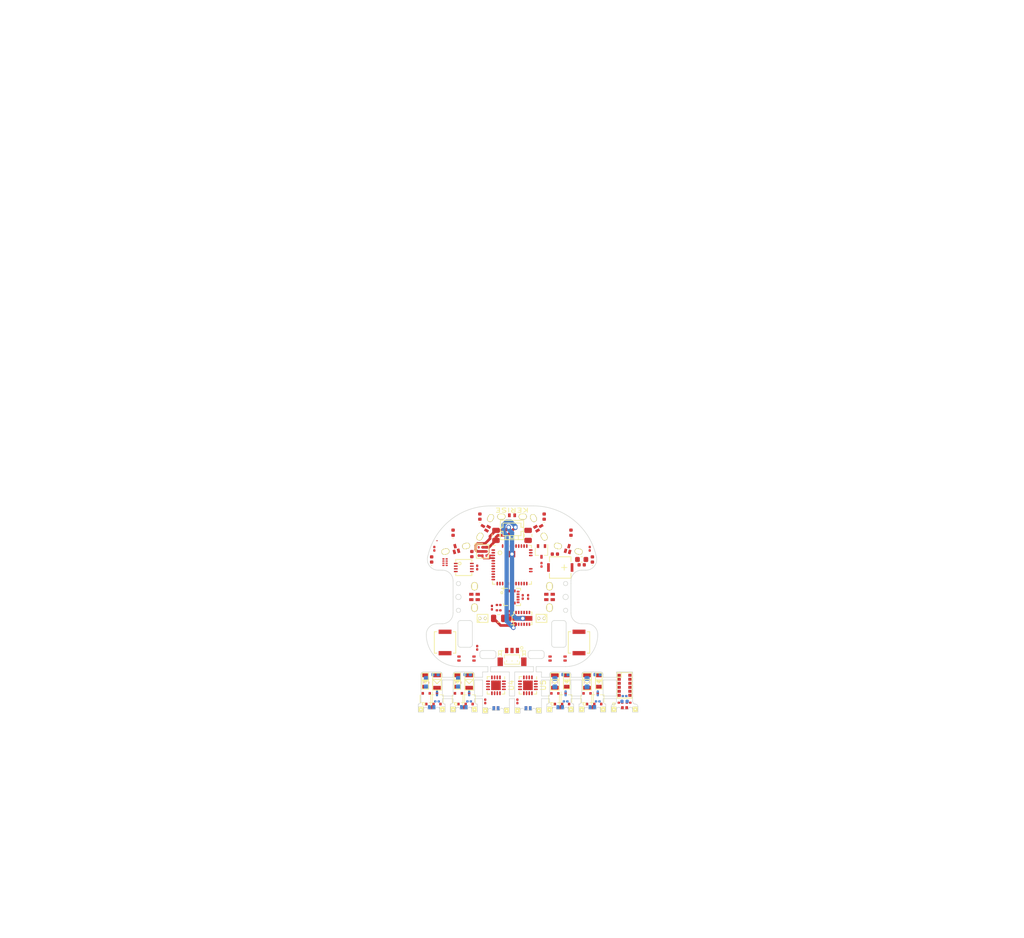
<source format=kicad_pcb>
(kicad_pcb (version 20171130) (host pcbnew "(5.1.2)-1")
  (layers (0 F.Cu signal) (31 B.Cu signal) (34 B.Paste user) (35 F.Paste user) (36 B.SilkS user) (37 F.SilkS user) (38 B.Mask user) (39 F.Mask user) (44 Edge.Cuts user))
  (net 0 "")
  (net 1 GND)
  (net 2 +3V3)
  (net 3 +BATT)
  (net 4 /IR_RCV_FL/s_IR_RCV)
  (net 5 /IR_RCV_FL/LED_to_C)
  (net 6 /IR_RCV_FL/s_GND)
  (net 7 /IR_RCV_FR/s_IR_RCV)
  (net 8 /IR_RCV_FR/LED_to_C)
  (net 9 /IR_RCV_FR/s_GND)
  (net 10 /IR_RCV_SR/s_IR_RCV)
  (net 11 /IR_RCV_SR/LED_to_C)
  (net 12 /IR_RCV_SR/s_GND)
  (net 13 "Net-(D1-Pad2)")
  (net 14 /IR_RCV_FL/s_3.3V)
  (net 15 /IR_RCV_FL/LED_to_FET)
  (net 16 /IR_RCV_FR/s_3.3V)
  (net 17 /IR_RCV_FR/LED_to_FET)
  (net 18 /IR_RCV_SR/s_3.3V)
  (net 19 /IR_RCV_SR/LED_to_FET)
  (net 20 /Motor/MT_OUT_L1)
  (net 21 /Motor/MT_OUT_L2)
  (net 22 /Motor/MT_OUT_R1)
  (net 23 /Motor/MT_OUT_R2)
  (net 24 PR-RCV-SL)
  (net 25 PR-RCV-FL)
  (net 26 /IR_RCV_FL/s_IR_LED)
  (net 27 PR-RCV-FR)
  (net 28 /IR_RCV_FR/s_IR_LED)
  (net 29 PR-RCV-SR)
  (net 30 /IR_RCV_SR/s_IR_LED)
  (net 31 UART-RX)
  (net 32 UART-TX)
  (net 33 SPEAKER)
  (net 34 BAT-VOL)
  (net 35 BUTTON)
  (net 36 MT-IN-L1)
  (net 37 MT-IN-L2)
  (net 38 MT-IN-R1)
  (net 39 MT-IN-R2)
  (net 40 /IR_RCV_SL/s_IR_RCV)
  (net 41 /IR_RCV_SL/LED_to_C)
  (net 42 /IR_RCV_SL/s_GND)
  (net 43 /IR_RCV_SL/s_3.3V)
  (net 44 /IR_RCV_SL/LED_to_FET)
  (net 45 /IR_RCV_SL/s_IR_LED)
  (net 46 /Encoder_R/s_VDD)
  (net 47 /Encoder_R/s_GND)
  (net 48 /Encoder_L/s_VDD)
  (net 49 /Encoder_L/s_GND)
  (net 50 SPI-SCLK)
  (net 51 SPI-MOSI)
  (net 52 /Encoder_R/s_CS)
  (net 53 /Encoder_R/s_SCLK)
  (net 54 /Encoder_R/s_MISO)
  (net 55 /Encoder_R/s_MOSI)
  (net 56 I2C-SDA)
  (net 57 I2C-SCL)
  (net 58 SPI-MISO)
  (net 59 /Encoder_L/s_CS)
  (net 60 /Encoder_L/s_SCLK)
  (net 61 /Encoder_L/s_MISO)
  (net 62 /Encoder_L/s_MOSI)
  (net 63 PR-LED-SL)
  (net 64 PR-LED-SR)
  (net 65 VDDA)
  (net 66 /IR_RCV_SL/s_AVDD)
  (net 67 /IR_RCV_SR/s_AVDD)
  (net 68 /IR_RCV_FL/s_AVDD)
  (net 69 /IR_RCV_FR/s_AVDD)
  (net 70 "Net-(R1-Pad1)")
  (net 71 PR-LED-FL)
  (net 72 PR-LED-FR)
  (net 73 "Net-(D7-Pad1)")
  (net 74 "Net-(D8-Pad1)")
  (net 75 "Net-(D9-Pad1)")
  (net 76 "Net-(D2-Pad2)")
  (net 77 "Net-(D10-Pad1)")
  (net 78 "Net-(Q1-Pad2)")
  (net 79 "Net-(Q4-Pad2)")
  (net 80 /Motor/MT_OUT_L_L)
  (net 81 /Motor/MT_OUT_L_R)
  (net 82 "Net-(LS1-Pad2)")
  (net 83 /ToF/s_GND)
  (net 84 /ToF/s_3.3V)
  (net 85 /ToF/s_SDA)
  (net 86 /ToF/s_SCL)
  (net 87 /ANTENA)
  (net 88 "Net-(RN1-Pad1)")
  (net 89 "Net-(RN1-Pad2)")
  (net 90 "Net-(RN1-Pad3)")
  (net 91 "Net-(RN1-Pad4)")
  (net 92 SPI-CS-ENC_R)
  (net 93 SPI-CS-ENC_L)
  (net 94 SPI-CS-IMU)
  (net 95 "Net-(C20-Pad1)")
  (net 96 "Net-(Q7-Pad2)")
  (net 97 "Net-(Q10-Pad2)")
  (net 98 "Net-(Q13-Pad3)")
  (module mouse:L_4018 (layer F.Cu) (at 161 121.5 270)
    (fp_text reference L2 hide)
    (fp_text value 47u)
    (pad 2 smd rect (at 2 0 270) (size 0.8 2.4) (layers F.Cu F.Paste F.Mask) (net 81 /Motor/MT_OUT_L_R))
    (pad 1 smd rect (at -2 0 270) (size 0.8 2.4) (layers F.Cu F.Paste F.Mask) (net 22 /Motor/MT_OUT_R1))
  )
  (module mouse:JST_SH_BM03B-SRSS-TB_03x1.00mm_Straight (layer F.Cu) (at 148.5 124 180)
    (fp_text reference J7 hide)
    (fp_text value COM)
    (pad "" smd rect (at 2.2 -1.1 180) (size 1 1.6) (layers F.Cu F.Paste F.Mask))
    (pad "" smd rect (at -2.2 -1.1 180) (size 1 1.6) (layers F.Cu F.Paste F.Mask))
    (pad 3 smd rect (at 1 1 180) (size 0.6 1) (layers F.Cu F.Paste F.Mask) (net 32 UART-TX))
    (pad 2 smd rect (at 0 1 180) (size 0.6 1) (layers F.Cu F.Paste F.Mask) (net 31 UART-RX))
    (pad 1 smd rect (at -1 1 180) (size 0.6 1) (layers F.Cu F.Paste F.Mask) (net 1 GND))
  )
  (module mouse:L_4018 (layer F.Cu) (at 136 121.5 270)
    (fp_text reference L1 hide)
    (fp_text value 47u)
    (pad 1 smd rect (at -2 0 270) (size 0.8 2.4) (layers F.Cu F.Paste F.Mask) (net 20 /Motor/MT_OUT_L1))
    (pad 2 smd rect (at 2 0 270) (size 0.8 2.4) (layers F.Cu F.Paste F.Mask) (net 80 /Motor/MT_OUT_L_L))
  )
  (module mouse:STAND_HOST_05 (layer F.Cu) (at 138 104 195)
    (fp_text reference J12 hide)
    (fp_text value Host)
    (pad 4 smd rect (at 0.4 -0.5 195) (size 0.5 0.8) (layers F.Cu F.Paste F.Mask) (net 25 PR-RCV-FL))
    (pad 3 smd rect (at 0 0.5 195) (size 0.5 0.8) (layers F.Cu F.Paste F.Mask) (net 71 PR-LED-FL))
    (pad 2 smd rect (at -0.4 -0.5 195) (size 0.5 0.8) (layers F.Cu F.Paste F.Mask) (net 65 VDDA))
    (pad 5 thru_hole oval (at 2 0 195) (size 1.5 1.1) (drill oval 1.2 0.8) (layers *.Cu *.Mask F.SilkS) (net 1 GND))
    (pad 1 thru_hole oval (at -2 0 195) (size 1.5 1.1) (drill oval 1.2 0.8) (layers *.Cu *.Mask F.SilkS) (net 2 +3V3))
  )
  (module mouse:LXDC2UR (layer F.Cu) (at 143 104.5 90)
    (fp_text reference U3 hide)
    (fp_text value LXDC2UR30)
    (pad 2 smd roundrect (at 0 -0.725 90) (size 0.45 0.35) (layers F.Cu F.Paste F.Mask) (net 1 GND))
    (pad 3 smd roundrect (at -0.775 -0.725 90) (size 0.45 0.35) (layers F.Cu F.Paste F.Mask) (net 2 +3V3))
    (pad 4 smd roundrect (at -0.775 0 90) (size 0.45 0.35) (layers F.Cu F.Paste F.Mask) (net 2 +3V3))
    (pad 5 smd roundrect (at -0.775 0.725 90) (size 0.45 0.35) (layers F.Cu F.Paste F.Mask) (net 3 +BATT))
    (pad 6 smd roundrect (at 0 0.725 90) (size 0.45 0.35) (layers F.Cu F.Paste F.Mask) (net 1 GND))
    (pad 7 smd roundrect (at 0.775 0.725 90) (size 0.45 0.35) (layers F.Cu F.Paste F.Mask) (net 3 +BATT))
    (pad 8 smd roundrect (at 0.775 0 90) (size 0.45 0.35) (layers F.Cu F.Paste F.Mask) (net 3 +BATT))
    (pad 9 smd roundrect (at 0 0 90) (size 0.45 0.35) (layers F.Cu F.Paste F.Mask) (net 1 GND))
    (pad 1 smd roundrect (at 0.775 -0.725 90) (size 0.45 0.35) (layers F.Cu F.Paste F.Mask))
  )
  (module mouse:EVPBB (layer F.Cu) (at 157 124.5 180)
    (fp_text reference SW2 hide)
    (fp_text value UPLOAD)
    (pad 2 smd rect (at 1.4 0.375 180) (size 0.6 0.4) (layers F.Cu F.Paste F.Mask) (net 1 GND))
    (pad 1 smd rect (at -1.4 0.375 180) (size 0.6 0.4) (layers F.Cu F.Paste F.Mask) (net 35 BUTTON))
    (pad 1 smd rect (at -1.4 -0.375 180) (size 0.6 0.4) (layers F.Cu F.Paste F.Mask) (net 35 BUTTON))
    (pad 2 smd rect (at 1.4 -0.375 180) (size 0.6 0.4) (layers F.Cu F.Paste F.Mask) (net 1 GND))
  )
  (module mouse:ESP32-PICO-D4 (layer F.Cu) (at 148.5 107)
    (fp_text reference U1 hide)
    (fp_text value ESP32-PICO-D4)
    (pad 1 smd oval (at -3.5 -2.75) (size 0.7 0.3) (layers F.Cu F.Paste F.Mask) (net 65 VDDA))
    (pad 37 smd oval (at 2.75 -3.5 90) (size 0.7 0.3) (layers F.Cu F.Paste F.Mask) (net 2 +3V3))
    (pad 49 smd rect (at 0 -2) (size 1.2 1.2) (layers F.Cu F.Paste F.Mask) (net 1 GND))
    (pad 49 thru_hole circle (at 0 -2) (size 0.9 0.9) (drill 0.6) (layers *.Cu *.Mask) (net 1 GND))
    (pad 13 smd oval (at -2.75 3.5) (size 0.3 0.7) (layers F.Cu F.Paste F.Mask) (net 37 MT-IN-L2))
    (pad 2 smd oval (at -3.5 -2.25) (size 0.7 0.3) (layers F.Cu F.Paste F.Mask) (net 87 /ANTENA))
    (pad 3 smd oval (at -3.5 -1.75) (size 0.7 0.3) (layers F.Cu F.Paste F.Mask) (net 2 +3V3))
    (pad 4 smd oval (at -3.5 -1.25) (size 0.7 0.3) (layers F.Cu F.Paste F.Mask) (net 2 +3V3))
    (pad 5 smd oval (at -3.5 -0.75) (size 0.7 0.3) (layers F.Cu F.Paste F.Mask) (net 24 PR-RCV-SL))
    (pad 6 smd oval (at -3.5 -0.25) (size 0.7 0.3) (layers F.Cu F.Paste F.Mask) (net 29 PR-RCV-SR))
    (pad 7 smd oval (at -3.5 0.25) (size 0.7 0.3) (layers F.Cu F.Paste F.Mask) (net 25 PR-RCV-FL))
    (pad 8 smd oval (at -3.5 0.75) (size 0.7 0.3) (layers F.Cu F.Paste F.Mask) (net 27 PR-RCV-FR))
    (pad 9 smd oval (at -3.5 1.25) (size 0.7 0.3) (layers F.Cu F.Paste F.Mask) (net 70 "Net-(R1-Pad1)"))
    (pad 10 smd oval (at -3.5 1.75) (size 0.7 0.3) (layers F.Cu F.Paste F.Mask))
    (pad 11 smd oval (at -3.5 2.25) (size 0.7 0.3) (layers F.Cu F.Paste F.Mask) (net 34 BAT-VOL))
    (pad 12 smd oval (at -3.5 2.75) (size 0.7 0.3) (layers F.Cu F.Paste F.Mask) (net 36 MT-IN-L1))
    (pad 14 smd oval (at -2.25 3.5) (size 0.3 0.7) (layers F.Cu F.Paste F.Mask) (net 33 SPEAKER))
    (pad 15 smd oval (at -1.75 3.5) (size 0.3 0.7) (layers F.Cu F.Paste F.Mask) (net 94 SPI-CS-IMU))
    (pad 16 smd oval (at -1.25 3.5) (size 0.3 0.7) (layers F.Cu F.Paste F.Mask))
    (pad 17 smd oval (at -0.75 3.5) (size 0.3 0.7) (layers F.Cu F.Paste F.Mask) (net 71 PR-LED-FL))
    (pad 18 smd oval (at -0.25 3.5) (size 0.3 0.7) (layers F.Cu F.Paste F.Mask) (net 63 PR-LED-SL))
    (pad 19 smd oval (at 0.25 3.5) (size 0.3 0.7) (layers F.Cu F.Paste F.Mask) (net 2 +3V3))
    (pad 20 smd oval (at 0.75 3.5) (size 0.3 0.7) (layers F.Cu F.Paste F.Mask) (net 64 PR-LED-SR))
    (pad 21 smd oval (at 1.25 3.5) (size 0.3 0.7) (layers F.Cu F.Paste F.Mask) (net 72 PR-LED-FR))
    (pad 22 smd oval (at 1.75 3.5) (size 0.3 0.7) (layers F.Cu F.Paste F.Mask) (net 51 SPI-MOSI))
    (pad 23 smd oval (at 2.25 3.5) (size 0.3 0.7) (layers F.Cu F.Paste F.Mask) (net 35 BUTTON))
    (pad 24 smd oval (at 2.75 3.5) (size 0.3 0.7) (layers F.Cu F.Paste F.Mask) (net 93 SPI-CS-ENC_L))
    (pad 28 smd oval (at 3.5 1.25) (size 0.7 0.3) (layers F.Cu F.Paste F.Mask) (net 50 SPI-SCLK))
    (pad 29 smd oval (at 3.5 0.75) (size 0.7 0.3) (layers F.Cu F.Paste F.Mask) (net 58 SPI-MISO))
    (pad 35 smd oval (at 3.5 -2.25) (size 0.7 0.3) (layers F.Cu F.Paste F.Mask) (net 38 MT-IN-R1))
    (pad 36 smd oval (at 3.5 -2.75) (size 0.7 0.3) (layers F.Cu F.Paste F.Mask))
    (pad 38 smd oval (at 2.25 -3.5 90) (size 0.7 0.3) (layers F.Cu F.Paste F.Mask) (net 39 MT-IN-R2))
    (pad 39 smd oval (at 1.75 -3.5 90) (size 0.7 0.3) (layers F.Cu F.Paste F.Mask) (net 57 I2C-SCL))
    (pad 40 smd oval (at 1.25 -3.5 90) (size 0.7 0.3) (layers F.Cu F.Paste F.Mask) (net 31 UART-RX))
    (pad 41 smd oval (at 0.75 -3.5 90) (size 0.7 0.3) (layers F.Cu F.Paste F.Mask) (net 32 UART-TX))
    (pad 42 smd oval (at 0.25 -3.5 90) (size 0.7 0.3) (layers F.Cu F.Paste F.Mask) (net 56 I2C-SDA))
    (pad 43 smd oval (at -0.25 -3.5 90) (size 0.7 0.3) (layers F.Cu F.Paste F.Mask) (net 65 VDDA))
    (pad 46 smd oval (at -1.75 -3.5 90) (size 0.7 0.3) (layers F.Cu F.Paste F.Mask) (net 65 VDDA))
    (pad 34 smd oval (at 3.5 -1.75) (size 0.7 0.3) (layers F.Cu F.Paste F.Mask) (net 92 SPI-CS-ENC_R))
  )
  (module mouse:ICM-20602 (layer F.Cu) (at 148.5 113)
    (fp_text reference U6 hide)
    (fp_text value ICM-20602)
    (pad 13 smd rect (at 1.125 -1) (size 0.52 0.34) (layers F.Cu F.Paste F.Mask) (net 1 GND))
    (pad 12 smd rect (at 1.125 -0.5) (size 0.52 0.34) (layers F.Cu F.Paste F.Mask) (net 1 GND))
    (pad 11 smd rect (at 1.125 0) (size 0.52 0.34) (layers F.Cu F.Paste F.Mask) (net 1 GND))
    (pad 10 smd rect (at 1.125 0.5) (size 0.52 0.34) (layers F.Cu F.Paste F.Mask) (net 1 GND))
    (pad 9 smd rect (at 1.125 1) (size 0.52 0.34) (layers F.Cu F.Paste F.Mask) (net 1 GND))
    (pad 4 smd rect (at -1.125 0.5) (size 0.52 0.34) (layers F.Cu F.Paste F.Mask) (net 58 SPI-MISO))
    (pad 3 smd rect (at -1.125 0) (size 0.52 0.34) (layers F.Cu F.Paste F.Mask) (net 51 SPI-MOSI))
    (pad 2 smd rect (at -1.125 -0.5) (size 0.52 0.34) (layers F.Cu F.Paste F.Mask) (net 50 SPI-SCLK))
    (pad 1 smd rect (at -1.125 -1) (size 0.52 0.34) (layers F.Cu F.Paste F.Mask) (net 2 +3V3))
    (pad 16 smd rect (at -0.5 -1.125) (size 0.345 0.52) (layers F.Cu F.Paste F.Mask) (net 2 +3V3))
    (pad 15 smd rect (at 0 -1.125) (size 0.345 0.52) (layers F.Cu F.Paste F.Mask) (net 1 GND))
    (pad 14 smd rect (at 0.5 -1.125) (size 0.345 0.52) (layers F.Cu F.Paste F.Mask) (net 95 "Net-(C20-Pad1)"))
    (pad 8 smd rect (at 0.5 1.125) (size 0.345 0.52) (layers F.Cu F.Paste F.Mask) (net 1 GND))
    (pad 5 smd rect (at -1.125 1) (size 0.52 0.34) (layers F.Cu F.Paste F.Mask) (net 94 SPI-CS-IMU))
  )
  (module mouse:SMT-0440-S-R (layer F.Cu) (at 157.5 107.5 180)
    (fp_text reference LS1 hide)
    (fp_text value Speaker)
    (pad 1 smd rect (at -2.2 0 180) (size 0.5 1.6) (layers F.Cu F.Paste F.Mask) (net 3 +BATT))
    (pad 2 smd rect (at 2.2 0 180) (size 0.5 1.6) (layers F.Cu F.Paste F.Mask) (net 82 "Net-(LS1-Pad2)"))
  )
  (module mouse:DRV8835 (layer F.Cu) (at 150.5 117)
    (fp_text reference U2 hide)
    (fp_text value DRV8835)
    (pad 13 thru_hole rect (at 0 0) (size 0.9 0.9) (drill 0.6) (layers *.Cu *.Mask) (net 1 GND))
    (pad 12 smd rect (at -1.25 -1.1) (size 0.3 0.6) (layers F.Cu F.Paste F.Mask) (net 2 +3V3))
    (pad 11 smd rect (at -0.75 -1.1) (size 0.3 0.6) (layers F.Cu F.Paste F.Mask) (net 1 GND))
    (pad 10 smd rect (at -0.25 -1.1) (size 0.3 0.6) (layers F.Cu F.Paste F.Mask) (net 36 MT-IN-L1))
    (pad 9 smd rect (at 0.25 -1.1) (size 0.3 0.6) (layers F.Cu F.Paste F.Mask) (net 37 MT-IN-L2))
    (pad 8 smd rect (at 0.75 -1.1) (size 0.3 0.6) (layers F.Cu F.Paste F.Mask) (net 38 MT-IN-R1))
    (pad 7 smd rect (at 1.25 -1.1) (size 0.3 0.6) (layers F.Cu F.Paste F.Mask) (net 39 MT-IN-R2))
    (pad 6 smd rect (at 1.25 1.1) (size 0.3 0.6) (layers F.Cu F.Paste F.Mask) (net 1 GND))
    (pad 5 smd rect (at 0.75 1.1) (size 0.3 0.6) (layers F.Cu F.Paste F.Mask) (net 23 /Motor/MT_OUT_R2))
    (pad 4 smd rect (at 0.25 1.1) (size 0.3 0.6) (layers F.Cu F.Paste F.Mask) (net 81 /Motor/MT_OUT_L_R))
    (pad 3 smd rect (at -0.25 1.1) (size 0.3 0.6) (layers F.Cu F.Paste F.Mask) (net 21 /Motor/MT_OUT_L2))
    (pad 2 smd rect (at -0.75 1.1) (size 0.3 0.6) (layers F.Cu F.Paste F.Mask) (net 80 /Motor/MT_OUT_L_L))
    (pad 1 smd rect (at -1.25 1.1) (size 0.3 0.6) (layers F.Cu F.Paste F.Mask) (net 3 +BATT))
    (pad 13 smd rect (at 0 0) (size 3.6 0.9) (layers F.Cu F.Paste F.Mask) (net 1 GND))
  )
  (module mouse:DFN-8-1EP_3x3mm_Pitch0.5mm (layer F.Cu) (at 139.5 107.5)
    (fp_text reference U7 hide)
    (fp_text value PCA9632)
    (pad 1 smd rect (at -1.5 -0.75) (size 0.7 0.25) (layers F.Cu F.Paste F.Mask) (net 91 "Net-(RN1-Pad4)"))
    (pad 2 smd rect (at -1.5 -0.25) (size 0.7 0.25) (layers F.Cu F.Paste F.Mask) (net 90 "Net-(RN1-Pad3)"))
    (pad 3 smd rect (at -1.5 0.25) (size 0.7 0.25) (layers F.Cu F.Paste F.Mask) (net 89 "Net-(RN1-Pad2)"))
    (pad 4 smd rect (at -1.5 0.75) (size 0.7 0.25) (layers F.Cu F.Paste F.Mask) (net 88 "Net-(RN1-Pad1)"))
    (pad 5 smd rect (at 1.5 0.75) (size 0.7 0.25) (layers F.Cu F.Paste F.Mask) (net 1 GND))
    (pad 6 smd rect (at 1.5 0.25) (size 0.7 0.25) (layers F.Cu F.Paste F.Mask) (net 57 I2C-SCL))
    (pad 7 smd rect (at 1.5 -0.25) (size 0.7 0.25) (layers F.Cu F.Paste F.Mask) (net 56 I2C-SDA))
    (pad 8 smd rect (at 1.5 -0.75) (size 0.7 0.25) (layers F.Cu F.Paste F.Mask) (net 2 +3V3))
  )
  (module mouse:SFH3015FA (layer F.Cu) (at 140.5 128.8 90)
    (fp_text reference Q3 hide)
    (fp_text value SFH3015FA)
    (pad 1 smd roundrect (at -1.2 0 90) (size 0.8 1.6) (layers F.Cu F.Paste F.Mask) (net 66 /IR_RCV_SL/s_AVDD))
    (pad 2 smd roundrect (at 1.2 0 90) (size 0.8 1.6) (layers F.Cu F.Paste F.Mask) (net 40 /IR_RCV_SL/s_IR_RCV))
  )
  (module mouse:SFH3015FA (layer F.Cu) (at 134.5 128.8 90)
    (fp_text reference Q6 hide)
    (fp_text value SFH3015FA)
    (pad 1 smd roundrect (at -1.2 0 90) (size 0.8 1.6) (layers F.Cu F.Paste F.Mask) (net 67 /IR_RCV_SR/s_AVDD))
    (pad 2 smd roundrect (at 1.2 0 90) (size 0.8 1.6) (layers F.Cu F.Paste F.Mask) (net 10 /IR_RCV_SR/s_IR_RCV))
  )
  (module mouse:SFH3015FA (layer F.Cu) (at 162.5 128.8 90)
    (fp_text reference Q9 hide)
    (fp_text value SFH3015FA)
    (pad 2 smd roundrect (at 1.2 0 90) (size 0.8 1.6) (layers F.Cu F.Paste F.Mask) (net 4 /IR_RCV_FL/s_IR_RCV))
    (pad 1 smd roundrect (at -1.2 0 90) (size 0.8 1.6) (layers F.Cu F.Paste F.Mask) (net 68 /IR_RCV_FL/s_AVDD))
  )
  (module mouse:SFH3015FA (layer F.Cu) (at 156.5 128.8 90)
    (fp_text reference Q12 hide)
    (fp_text value SFH3015FA)
    (pad 2 smd roundrect (at 1.2 0 90) (size 0.8 1.6) (layers F.Cu F.Paste F.Mask) (net 7 /IR_RCV_FR/s_IR_RCV))
    (pad 1 smd roundrect (at -1.2 0 90) (size 0.8 1.6) (layers F.Cu F.Paste F.Mask) (net 69 /IR_RCV_FR/s_AVDD))
  )
  (module mouse:SFH4045N (layer F.Cu) (at 158.7 128.7 90)
    (fp_text reference D6 hide)
    (fp_text value SFH4045N)
    (pad 2 smd roundrect (at 1.1 0 90) (size 0.8 1.2) (layers F.Cu F.Paste F.Mask) (net 8 /IR_RCV_FR/LED_to_C))
    (pad 1 smd roundrect (at -1.1 0 90) (size 0.8 1.2) (layers F.Cu F.Paste F.Mask) (net 17 /IR_RCV_FR/LED_to_FET))
  )
  (module mouse:SFH4045N (layer F.Cu) (at 164.7 128.7 90)
    (fp_text reference D5 hide)
    (fp_text value SFH4045N)
    (pad 2 smd roundrect (at 1.1 0 90) (size 0.8 1.2) (layers F.Cu F.Paste F.Mask) (net 5 /IR_RCV_FL/LED_to_C))
    (pad 1 smd roundrect (at -1.1 0 90) (size 0.8 1.2) (layers F.Cu F.Paste F.Mask) (net 15 /IR_RCV_FL/LED_to_FET))
  )
  (module mouse:SFH4045N (layer F.Cu) (at 132.3 128.7 90)
    (fp_text reference D4 hide)
    (fp_text value SFH4045N)
    (pad 1 smd roundrect (at -1.1 0 90) (size 0.8 1.2) (layers F.Cu F.Paste F.Mask) (net 19 /IR_RCV_SR/LED_to_FET))
    (pad 2 smd roundrect (at 1.1 0 90) (size 0.8 1.2) (layers F.Cu F.Paste F.Mask) (net 11 /IR_RCV_SR/LED_to_C))
  )
  (module mouse:SFH4045N (layer F.Cu) (at 138.3 128.7 90)
    (fp_text reference D3 hide)
    (fp_text value SFH4045N)
    (pad 1 smd roundrect (at -1.1 0 90) (size 0.8 1.2) (layers F.Cu F.Paste F.Mask) (net 44 /IR_RCV_SL/LED_to_FET))
    (pad 2 smd roundrect (at 1.1 0 90) (size 0.8 1.2) (layers F.Cu F.Paste F.Mask) (net 41 /IR_RCV_SL/LED_to_C))
  )
  (module mouse:SMD_conn_2 (layer F.Cu) (at 143 117)
    (fp_text reference J1 hide)
    (fp_text value Motor_L)
    (pad 2 thru_hole oval (at 0.5 0) (size 0.5 0.6) (drill 0.3) (layers *.Cu *.Mask F.SilkS) (net 21 /Motor/MT_OUT_L2))
    (pad 1 thru_hole oval (at -0.5 0) (size 0.5 0.6) (drill 0.3) (layers *.Cu *.Mask F.SilkS) (net 20 /Motor/MT_OUT_L1))
  )
  (module mouse:SMD_conn_2 (layer F.Cu) (at 154 117 180)
    (fp_text reference J2 hide)
    (fp_text value Motor_R)
    (pad 2 thru_hole oval (at 0.5 0 180) (size 0.5 0.6) (drill 0.3) (layers *.Cu *.Mask F.SilkS) (net 23 /Motor/MT_OUT_R2))
    (pad 1 thru_hole oval (at -0.5 0 180) (size 0.5 0.6) (drill 0.3) (layers *.Cu *.Mask F.SilkS) (net 22 /Motor/MT_OUT_R1))
  )
  (module Capacitor_SMD:C_0201_0603Metric (layer F.Cu) (at 143.5 132.5 270)
    (fp_text reference C13 hide)
    (fp_text value 0.1u)
    (pad 1 smd roundrect (at -0.32 0 270) (size 0.46 0.4) (layers F.Cu F.Mask) (net 46 /Encoder_R/s_VDD))
    (pad 2 smd roundrect (at 0.32 0 270) (size 0.46 0.4) (layers F.Cu F.Mask) (net 47 /Encoder_R/s_GND))
  )
  (module mouse:STAND_SLAVE_06 (layer F.Cu) (at 145.5 134.2)
    (fp_text reference J9 hide)
    (fp_text value ENC_Slave)
    (pad 5 smd rect (at 0.4 -0.4) (size 0.5 0.8) (layers B.Cu B.Paste B.Mask) (net 54 /Encoder_R/s_MISO))
    (pad 2 smd rect (at -0.4 -0.4) (size 0.5 0.8) (layers F.Cu F.Paste F.Mask) (net 52 /Encoder_R/s_CS))
    (pad 6 thru_hole rect (at 2 0) (size 1 1) (drill 0.3) (layers *.Cu *.Mask F.SilkS) (net 47 /Encoder_R/s_GND))
    (pad 1 thru_hole rect (at -2 0) (size 1 1) (drill 0.3) (layers *.Cu *.Mask F.SilkS) (net 46 /Encoder_R/s_VDD))
    (pad 4 smd rect (at 0.4 -0.4) (size 0.5 0.8) (layers F.Cu F.Paste F.Mask) (net 55 /Encoder_R/s_MOSI))
    (pad 3 smd rect (at -0.4 -0.4) (size 0.5 0.8) (layers B.Cu B.Paste B.Mask) (net 53 /Encoder_R/s_SCLK))
  )
  (module mouse:STAND_SLAVE_05 (layer F.Cu) (at 163.5 134)
    (fp_text reference J13 hide)
    (fp_text value Slave)
    (pad 4 smd rect (at 0.4 -0.4) (size 0.6 0.8) (layers B.Cu B.Paste B.Mask) (net 4 /IR_RCV_FL/s_IR_RCV))
    (pad 3 smd rect (at 0 -0.4) (size 0.6 0.8) (layers F.Cu F.Paste F.Mask) (net 26 /IR_RCV_FL/s_IR_LED))
    (pad 5 thru_hole rect (at 2 0) (size 1 1) (drill 0.3) (layers *.Cu *.Mask F.SilkS) (net 6 /IR_RCV_FL/s_GND))
    (pad 1 thru_hole rect (at -2 0) (size 1 1) (drill 0.3) (layers *.Cu *.Mask F.SilkS) (net 14 /IR_RCV_FL/s_3.3V))
    (pad 2 smd rect (at -0.4 -0.4) (size 0.6 0.8) (layers B.Cu B.Paste B.Mask) (net 68 /IR_RCV_FL/s_AVDD))
  )
  (module mouse:STAND_SLAVE_06 (layer F.Cu) (at 151.5 134.2)
    (fp_text reference J11 hide)
    (fp_text value ENC_Slave)
    (pad 5 smd rect (at 0.4 -0.4) (size 0.5 0.8) (layers B.Cu B.Paste B.Mask) (net 61 /Encoder_L/s_MISO))
    (pad 2 smd rect (at -0.4 -0.4) (size 0.5 0.8) (layers F.Cu F.Paste F.Mask) (net 59 /Encoder_L/s_CS))
    (pad 6 thru_hole rect (at 2 0) (size 1 1) (drill 0.3) (layers *.Cu *.Mask F.SilkS) (net 49 /Encoder_L/s_GND))
    (pad 1 thru_hole rect (at -2 0) (size 1 1) (drill 0.3) (layers *.Cu *.Mask F.SilkS) (net 48 /Encoder_L/s_VDD))
    (pad 4 smd rect (at 0.4 -0.4) (size 0.5 0.8) (layers F.Cu F.Paste F.Mask) (net 62 /Encoder_L/s_MOSI))
    (pad 3 smd rect (at -0.4 -0.4) (size 0.5 0.8) (layers B.Cu B.Paste B.Mask) (net 60 /Encoder_L/s_SCLK))
  )
  (module mouse:STAND_HOST_05 (layer F.Cu) (at 143.5 100 240)
    (fp_text reference J3 hide)
    (fp_text value Host)
    (pad 1 thru_hole oval (at -2 0 240) (size 1.5 1.1) (drill oval 1.2 0.8) (layers *.Cu *.Mask F.SilkS) (net 2 +3V3))
    (pad 5 thru_hole oval (at 2 0 240) (size 1.5 1.1) (drill oval 1.2 0.8) (layers *.Cu *.Mask F.SilkS) (net 1 GND))
    (pad 2 smd rect (at -0.4 -0.5 240) (size 0.5 0.8) (layers F.Cu F.Paste F.Mask) (net 65 VDDA))
    (pad 3 smd rect (at 0 0.5 240) (size 0.5 0.8) (layers F.Cu F.Paste F.Mask) (net 63 PR-LED-SL))
    (pad 4 smd rect (at 0.4 -0.5 240) (size 0.5 0.8) (layers F.Cu F.Paste F.Mask) (net 24 PR-RCV-SL))
  )
  (module mouse:STAND_HOST_05 (layer F.Cu) (at 153.5 100 120)
    (fp_text reference J5 hide)
    (fp_text value Host)
    (pad 4 smd rect (at 0.4 -0.5 120) (size 0.5 0.8) (layers F.Cu F.Paste F.Mask) (net 29 PR-RCV-SR))
    (pad 3 smd rect (at 0 0.5 120) (size 0.5 0.8) (layers F.Cu F.Paste F.Mask) (net 64 PR-LED-SR))
    (pad 2 smd rect (at -0.4 -0.5 120) (size 0.5 0.8) (layers F.Cu F.Paste F.Mask) (net 65 VDDA))
    (pad 5 thru_hole oval (at 2 0 120) (size 1.5 1.1) (drill oval 1.2 0.8) (layers *.Cu *.Mask F.SilkS) (net 1 GND))
    (pad 1 thru_hole oval (at -2 0 120) (size 1.5 1.1) (drill oval 1.2 0.8) (layers *.Cu *.Mask F.SilkS) (net 2 +3V3))
  )
  (module mouse:STAND_HOST_05 (layer F.Cu) (at 159 104 165)
    (fp_text reference J14 hide)
    (fp_text value Host)
    (pad 1 thru_hole oval (at -2 0 165) (size 1.5 1.1) (drill oval 1.2 0.8) (layers *.Cu *.Mask F.SilkS) (net 2 +3V3))
    (pad 5 thru_hole oval (at 2 0 165) (size 1.5 1.1) (drill oval 1.2 0.8) (layers *.Cu *.Mask F.SilkS) (net 1 GND))
    (pad 2 smd rect (at -0.4 -0.5 165) (size 0.5 0.8) (layers F.Cu F.Paste F.Mask) (net 65 VDDA))
    (pad 3 smd rect (at 0 0.5 165) (size 0.5 0.8) (layers F.Cu F.Paste F.Mask) (net 72 PR-LED-FR))
    (pad 4 smd rect (at 0.4 -0.5 165) (size 0.5 0.8) (layers F.Cu F.Paste F.Mask) (net 27 PR-RCV-FR))
  )
  (module mouse:STAND_SLAVE_05 (layer F.Cu) (at 157.5 134)
    (fp_text reference J15 hide)
    (fp_text value Slave)
    (pad 4 smd rect (at 0.4 -0.4) (size 0.6 0.8) (layers B.Cu B.Paste B.Mask) (net 7 /IR_RCV_FR/s_IR_RCV))
    (pad 3 smd rect (at 0 -0.4) (size 0.6 0.8) (layers F.Cu F.Paste F.Mask) (net 28 /IR_RCV_FR/s_IR_LED))
    (pad 5 thru_hole rect (at 2 0) (size 1 1) (drill 0.3) (layers *.Cu *.Mask F.SilkS) (net 9 /IR_RCV_FR/s_GND))
    (pad 1 thru_hole rect (at -2 0) (size 1 1) (drill 0.3) (layers *.Cu *.Mask F.SilkS) (net 16 /IR_RCV_FR/s_3.3V))
    (pad 2 smd rect (at -0.4 -0.4) (size 0.6 0.8) (layers B.Cu B.Paste B.Mask) (net 69 /IR_RCV_FR/s_AVDD))
  )
  (module mouse:STAND_SLAVE_05 (layer F.Cu) (at 139.5 134)
    (fp_text reference J4 hide)
    (fp_text value Slave)
    (pad 2 smd rect (at -0.4 -0.4) (size 0.6 0.8) (layers B.Cu B.Paste B.Mask) (net 66 /IR_RCV_SL/s_AVDD))
    (pad 1 thru_hole rect (at -2 0) (size 1 1) (drill 0.3) (layers *.Cu *.Mask F.SilkS) (net 43 /IR_RCV_SL/s_3.3V))
    (pad 5 thru_hole rect (at 2 0) (size 1 1) (drill 0.3) (layers *.Cu *.Mask F.SilkS) (net 42 /IR_RCV_SL/s_GND))
    (pad 3 smd rect (at 0 -0.4) (size 0.6 0.8) (layers F.Cu F.Paste F.Mask) (net 45 /IR_RCV_SL/s_IR_LED))
    (pad 4 smd rect (at 0.4 -0.4) (size 0.6 0.8) (layers B.Cu B.Paste B.Mask) (net 40 /IR_RCV_SL/s_IR_RCV))
  )
  (module mouse:STAND_SLAVE_05 (layer F.Cu) (at 133.5 134)
    (fp_text reference J6 hide)
    (fp_text value Slave)
    (pad 2 smd rect (at -0.4 -0.4) (size 0.6 0.8) (layers B.Cu B.Paste B.Mask) (net 67 /IR_RCV_SR/s_AVDD))
    (pad 1 thru_hole rect (at -2 0) (size 1 1) (drill 0.3) (layers *.Cu *.Mask F.SilkS) (net 18 /IR_RCV_SR/s_3.3V))
    (pad 5 thru_hole rect (at 2 0) (size 1 1) (drill 0.3) (layers *.Cu *.Mask F.SilkS) (net 12 /IR_RCV_SR/s_GND))
    (pad 3 smd rect (at 0 -0.4) (size 0.6 0.8) (layers F.Cu F.Paste F.Mask) (net 30 /IR_RCV_SR/s_IR_LED))
    (pad 4 smd rect (at 0.4 -0.4) (size 0.6 0.8) (layers B.Cu B.Paste B.Mask) (net 10 /IR_RCV_SR/s_IR_RCV))
  )
  (module mouse:Hirose_DF13-02P-1.25DSA_02x1.25mm_Straight (layer F.Cu) (at 148.5 100 180)
    (fp_text reference BT1 hide)
    (fp_text value Battery)
    (pad 2 thru_hole oval (at 0.625 0 180) (size 0.8 1) (drill oval 0.5 0.6) (layers *.Cu *.Mask) (net 1 GND))
    (pad 1 thru_hole oval (at -0.625 0 180) (size 0.8 1) (drill oval 0.5 0.6) (layers *.Cu *.Mask) (net 3 +BATT))
  )
  (module mouse:STAND_HOST_06 (layer F.Cu) (at 155.5 113 90)
    (fp_text reference J8 hide)
    (fp_text value ENC_Host)
    (pad 6 thru_hole oval (at 2 0 90) (size 1.54 1.2) (drill oval 1.2 0.8) (layers *.Cu *.Mask F.SilkS) (net 1 GND))
    (pad 1 thru_hole oval (at -2 0 90) (size 1.54 1.2) (drill oval 1.2 0.8) (layers *.Cu *.Mask F.SilkS) (net 2 +3V3))
    (pad 5 smd rect (at 0.5 -0.6 90) (size 0.54 0.8) (layers F.Cu F.Paste F.Mask) (net 58 SPI-MISO))
    (pad 4 smd rect (at 0.5 0.6 90) (size 0.54 0.8) (layers F.Cu F.Paste F.Mask) (net 51 SPI-MOSI))
    (pad 3 smd rect (at -0.5 -0.6 90) (size 0.54 0.8) (layers F.Cu F.Paste F.Mask) (net 50 SPI-SCLK))
    (pad 2 smd rect (at -0.5 0.6 90) (size 0.54 0.8) (layers F.Cu F.Paste F.Mask) (net 92 SPI-CS-ENC_R))
  )
  (module mouse:STAND_HOST_06 (layer F.Cu) (at 141.5 113 270)
    (fp_text reference J10 hide)
    (fp_text value ENC_Host)
    (pad 6 thru_hole oval (at 2 0 270) (size 1.54 1.2) (drill oval 1.2 0.8) (layers *.Cu *.Mask F.SilkS) (net 1 GND))
    (pad 1 thru_hole oval (at -2 0 270) (size 1.54 1.2) (drill oval 1.2 0.8) (layers *.Cu *.Mask F.SilkS) (net 2 +3V3))
    (pad 5 smd rect (at 0.5 -0.6 270) (size 0.54 0.8) (layers F.Cu F.Paste F.Mask) (net 58 SPI-MISO))
    (pad 4 smd rect (at 0.5 0.6 270) (size 0.54 0.8) (layers F.Cu F.Paste F.Mask) (net 51 SPI-MOSI))
    (pad 3 smd rect (at -0.5 -0.6 270) (size 0.54 0.8) (layers F.Cu F.Paste F.Mask) (net 50 SPI-SCLK))
    (pad 2 smd rect (at -0.5 0.6 270) (size 0.54 0.8) (layers F.Cu F.Paste F.Mask) (net 93 SPI-CS-ENC_L))
  )
  (module mouse:EVPBB (layer F.Cu) (at 140 124.5 180)
    (fp_text reference SW1 hide)
    (fp_text value RESET)
    (pad 2 smd rect (at 1.4 -0.375 180) (size 0.6 0.4) (layers F.Cu F.Paste F.Mask) (net 1 GND))
    (pad 1 smd rect (at -1.4 -0.375 180) (size 0.6 0.4) (layers F.Cu F.Paste F.Mask) (net 70 "Net-(R1-Pad1)"))
    (pad 1 smd rect (at -1.4 0.375 180) (size 0.6 0.4) (layers F.Cu F.Paste F.Mask) (net 70 "Net-(R1-Pad1)"))
    (pad 2 smd rect (at 1.4 0.375 180) (size 0.6 0.4) (layers F.Cu F.Paste F.Mask) (net 1 GND))
  )
  (module Capacitor_SMD:C_0402_1005Metric (layer F.Cu) (at 141 105 270)
    (fp_text reference C1 hide)
    (fp_text value 10u)
    (pad 1 smd roundrect (at -0.485 0 270) (size 0.59 0.64) (layers F.Cu F.Paste F.Mask) (net 1 GND))
    (pad 2 smd roundrect (at 0.485 0 270) (size 0.59 0.64) (layers F.Cu F.Paste F.Mask) (net 2 +3V3))
  )
  (module Capacitor_SMD:C_0805_2012Metric (layer F.Cu) (at 146 117)
    (fp_text reference C2 hide)
    (fp_text value 47u)
    (pad 1 smd roundrect (at -0.9375 0) (size 0.975 1.4) (layers F.Cu F.Paste F.Mask) (net 3 +BATT))
    (pad 2 smd roundrect (at 0.9375 0) (size 0.975 1.4) (layers F.Cu F.Paste F.Mask) (net 1 GND))
  )
  (module Capacitor_SMD:C_0201_0603Metric (layer F.Cu) (at 148 118 90)
    (fp_text reference C3 hide)
    (fp_text value 0.1u)
    (pad 2 smd roundrect (at 0.32 0 90) (size 0.46 0.4) (layers F.Cu F.Mask) (net 1 GND))
    (pad 1 smd roundrect (at -0.32 0 90) (size 0.46 0.4) (layers F.Cu F.Mask) (net 3 +BATT))
  )
  (module Capacitor_SMD:C_0201_0603Metric (layer F.Cu) (at 148 116 270)
    (fp_text reference C4 hide)
    (fp_text value 0.1u)
    (pad 1 smd roundrect (at -0.32 0 270) (size 0.46 0.4) (layers F.Cu F.Mask) (net 2 +3V3))
    (pad 2 smd roundrect (at 0.32 0 270) (size 0.46 0.4) (layers F.Cu F.Mask) (net 1 GND))
  )
  (module Capacitor_SMD:C_0201_0603Metric (layer F.Cu) (at 146 114.5)
    (fp_text reference C5 hide)
    (fp_text value 0.1u)
    (pad 1 smd roundrect (at -0.32 0) (size 0.46 0.4) (layers F.Cu F.Mask) (net 34 BAT-VOL))
    (pad 2 smd roundrect (at 0.32 0) (size 0.46 0.4) (layers F.Cu F.Mask) (net 1 GND))
  )
  (module Capacitor_SMD:C_0805_2012Metric (layer F.Cu) (at 145.5 101.5 90)
    (fp_text reference C6 hide)
    (fp_text value 47u)
    (pad 2 smd roundrect (at 0.9375 0 90) (size 0.975 1.4) (layers F.Cu F.Paste F.Mask) (net 1 GND))
    (pad 1 smd roundrect (at -0.9375 0 90) (size 0.975 1.4) (layers F.Cu F.Paste F.Mask) (net 3 +BATT))
  )
  (module Capacitor_SMD:C_0805_2012Metric (layer F.Cu) (at 151.5 101.5 90)
    (fp_text reference C7 hide)
    (fp_text value 47u)
    (pad 1 smd roundrect (at -0.9375 0 90) (size 0.975 1.4) (layers F.Cu F.Paste F.Mask) (net 2 +3V3))
    (pad 2 smd roundrect (at 0.9375 0 90) (size 0.975 1.4) (layers F.Cu F.Paste F.Mask) (net 1 GND))
  )
  (module Capacitor_SMD:C_0402_1005Metric (layer F.Cu) (at 161.5 107)
    (fp_text reference C8 hide)
    (fp_text value 10u)
    (pad 2 smd roundrect (at 0.485 0) (size 0.59 0.64) (layers F.Cu F.Paste F.Mask) (net 1 GND))
    (pad 1 smd roundrect (at -0.485 0) (size 0.59 0.64) (layers F.Cu F.Paste F.Mask) (net 65 VDDA))
  )
  (module Capacitor_SMD:C_0402_1005Metric (layer B.Cu) (at 140.235 127.5)
    (fp_text reference C9 hide)
    (fp_text value 1u)
    (pad 1 smd roundrect (at -0.485 0) (size 0.59 0.64) (layers B.Cu B.Paste B.Mask) (net 41 /IR_RCV_SL/LED_to_C))
    (pad 2 smd roundrect (at 0.485 0) (size 0.59 0.64) (layers B.Cu B.Paste B.Mask) (net 42 /IR_RCV_SL/s_GND))
  )
  (module Capacitor_SMD:C_0402_1005Metric (layer B.Cu) (at 134.235 127.5)
    (fp_text reference C11 hide)
    (fp_text value 1u)
    (pad 2 smd roundrect (at 0.485 0) (size 0.59 0.64) (layers B.Cu B.Paste B.Mask) (net 12 /IR_RCV_SR/s_GND))
    (pad 1 smd roundrect (at -0.485 0) (size 0.59 0.64) (layers B.Cu B.Paste B.Mask) (net 11 /IR_RCV_SR/LED_to_C))
  )
  (module Capacitor_SMD:C_0201_0603Metric (layer F.Cu) (at 149.5 132.5 270)
    (fp_text reference C14 hide)
    (fp_text value 0.1u)
    (pad 2 smd roundrect (at 0.32 0 270) (size 0.46 0.4) (layers F.Cu F.Mask) (net 49 /Encoder_L/s_GND))
    (pad 1 smd roundrect (at -0.32 0 270) (size 0.46 0.4) (layers F.Cu F.Mask) (net 48 /Encoder_L/s_VDD))
  )
  (module Capacitor_SMD:C_0402_1005Metric (layer B.Cu) (at 164.485 127.5)
    (fp_text reference C15 hide)
    (fp_text value 1u)
    (pad 2 smd roundrect (at 0.485 0) (size 0.59 0.64) (layers B.Cu B.Paste B.Mask) (net 6 /IR_RCV_FL/s_GND))
    (pad 1 smd roundrect (at -0.485 0) (size 0.59 0.64) (layers B.Cu B.Paste B.Mask) (net 5 /IR_RCV_FL/LED_to_C))
  )
  (module Capacitor_SMD:C_0402_1005Metric (layer B.Cu) (at 158.485 127.5)
    (fp_text reference C17 hide)
    (fp_text value 1u)
    (pad 1 smd roundrect (at -0.485 0) (size 0.59 0.64) (layers B.Cu B.Paste B.Mask) (net 8 /IR_RCV_FR/LED_to_C))
    (pad 2 smd roundrect (at 0.485 0) (size 0.59 0.64) (layers B.Cu B.Paste B.Mask) (net 9 /IR_RCV_FR/s_GND))
  )
  (module Capacitor_SMD:C_0201_0603Metric (layer F.Cu) (at 151.5 113 270)
    (fp_text reference C19 hide)
    (fp_text value 0.1u)
    (pad 1 smd roundrect (at -0.32 0 270) (size 0.46 0.4) (layers F.Cu F.Mask) (net 2 +3V3))
    (pad 2 smd roundrect (at 0.32 0 270) (size 0.46 0.4) (layers F.Cu F.Mask) (net 1 GND))
  )
  (module Capacitor_SMD:C_0201_0603Metric (layer F.Cu) (at 150.5 113 270)
    (fp_text reference C20 hide)
    (fp_text value 0.1u)
    (pad 2 smd roundrect (at 0.32 0 270) (size 0.46 0.4) (layers F.Cu F.Mask) (net 1 GND))
    (pad 1 smd roundrect (at -0.32 0 270) (size 0.46 0.4) (layers F.Cu F.Mask) (net 95 "Net-(C20-Pad1)"))
  )
  (module Capacitor_SMD:C_0201_0603Metric (layer F.Cu) (at 142 107.5 270)
    (fp_text reference C21 hide)
    (fp_text value 0.1u)
    (pad 1 smd roundrect (at -0.32 0 270) (size 0.46 0.4) (layers F.Cu F.Mask) (net 2 +3V3))
    (pad 2 smd roundrect (at 0.32 0 270) (size 0.46 0.4) (layers F.Cu F.Mask) (net 1 GND))
  )
  (module Capacitor_SMD:C_0402_1005Metric (layer F.Cu) (at 156.5 105 180)
    (fp_text reference C22 hide)
    (fp_text value 10u)
    (pad 1 smd roundrect (at -0.485 0 180) (size 0.59 0.64) (layers F.Cu F.Paste F.Mask) (net 3 +BATT))
    (pad 2 smd roundrect (at 0.485 0 180) (size 0.59 0.64) (layers F.Cu F.Paste F.Mask) (net 1 GND))
  )
  (module Capacitor_SMD:C_0402_1005Metric (layer B.Cu) (at 169.5 132.5)
    (fp_text reference C23 hide)
    (fp_text value 4.7u)
    (pad 1 smd roundrect (at -0.485 0) (size 0.59 0.64) (layers B.Cu B.Paste B.Mask) (net 84 /ToF/s_3.3V))
    (pad 2 smd roundrect (at 0.485 0) (size 0.59 0.64) (layers B.Cu B.Paste B.Mask) (net 83 /ToF/s_GND))
  )
  (module Capacitor_SMD:C_0201_0603Metric (layer B.Cu) (at 169.5 131.5)
    (fp_text reference C24 hide)
    (fp_text value 0.1u)
    (pad 2 smd roundrect (at 0.32 0) (size 0.46 0.4) (layers B.Cu B.Mask) (net 83 /ToF/s_GND))
    (pad 1 smd roundrect (at -0.32 0) (size 0.46 0.4) (layers B.Cu B.Mask) (net 84 /ToF/s_3.3V))
  )
  (module LED_SMD:LED_0402_1005Metric (layer F.Cu) (at 133.5 106 90)
    (fp_text reference D1 hide)
    (fp_text value Power)
    (pad 1 smd roundrect (at -0.485 0 90) (size 0.59 0.64) (layers F.Cu F.Paste F.Mask) (net 1 GND))
    (pad 2 smd roundrect (at 0.485 0 90) (size 0.59 0.64) (layers F.Cu F.Paste F.Mask) (net 13 "Net-(D1-Pad2)"))
  )
  (module LED_SMD:LED_0402_1005Metric (layer F.Cu) (at 163.5 106 90)
    (fp_text reference D2 hide)
    (fp_text value Power)
    (pad 1 smd roundrect (at -0.485 0 90) (size 0.59 0.64) (layers F.Cu F.Paste F.Mask) (net 1 GND))
    (pad 2 smd roundrect (at 0.485 0 90) (size 0.59 0.64) (layers F.Cu F.Paste F.Mask) (net 76 "Net-(D2-Pad2)"))
  )
  (module LED_SMD:LED_0402_1005Metric (layer F.Cu) (at 159.5 101 90)
    (fp_text reference D7 hide)
    (fp_text value LED)
    (pad 2 smd roundrect (at 0.485 0 90) (size 0.59 0.64) (layers F.Cu F.Paste F.Mask) (net 2 +3V3))
    (pad 1 smd roundrect (at -0.485 0 90) (size 0.59 0.64) (layers F.Cu F.Paste F.Mask) (net 73 "Net-(D7-Pad1)"))
  )
  (module LED_SMD:LED_0402_1005Metric (layer F.Cu) (at 154.5 98 90)
    (fp_text reference D8 hide)
    (fp_text value LED)
    (pad 2 smd roundrect (at 0.485 0 90) (size 0.59 0.64) (layers F.Cu F.Paste F.Mask) (net 2 +3V3))
    (pad 1 smd roundrect (at -0.485 0 90) (size 0.59 0.64) (layers F.Cu F.Paste F.Mask) (net 74 "Net-(D8-Pad1)"))
  )
  (module LED_SMD:LED_0402_1005Metric (layer F.Cu) (at 142.5 98 90)
    (fp_text reference D9 hide)
    (fp_text value LED)
    (pad 2 smd roundrect (at 0.485 0 90) (size 0.59 0.64) (layers F.Cu F.Paste F.Mask) (net 2 +3V3))
    (pad 1 smd roundrect (at -0.485 0 90) (size 0.59 0.64) (layers F.Cu F.Paste F.Mask) (net 75 "Net-(D9-Pad1)"))
  )
  (module LED_SMD:LED_0402_1005Metric (layer F.Cu) (at 137.5 101 90)
    (fp_text reference D10 hide)
    (fp_text value LED)
    (pad 1 smd roundrect (at -0.485 0 90) (size 0.59 0.64) (layers F.Cu F.Paste F.Mask) (net 77 "Net-(D10-Pad1)"))
    (pad 2 smd roundrect (at 0.485 0 90) (size 0.59 0.64) (layers F.Cu F.Paste F.Mask) (net 2 +3V3))
  )
  (module mouse:STAND_HOST_04 (layer F.Cu) (at 148.5 98 180)
    (fp_text reference P1 hide)
    (fp_text value ToF_Host)
    (pad 1 thru_hole oval (at -2 0 180) (size 1.5 1.1) (drill oval 1.2 0.8) (layers *.Cu *.Mask F.SilkS) (net 2 +3V3))
    (pad 4 thru_hole oval (at 2 0 180) (size 1.5 1.1) (drill oval 1.2 0.8) (layers *.Cu *.Mask F.SilkS) (net 1 GND))
    (pad 2 smd rect (at -0.5 0.25 180) (size 0.5 0.7) (layers F.Cu F.Paste F.Mask) (net 56 I2C-SDA))
    (pad 3 smd rect (at 0.5 0.25 180) (size 0.5 0.7) (layers F.Cu F.Paste F.Mask) (net 57 I2C-SCL))
  )
  (module mouse:STAND_SLAVE_04 (layer F.Cu) (at 169.5 134)
    (fp_text reference P2 hide)
    (fp_text value ToF_Slave)
    (pad 4 thru_hole rect (at 2 0) (size 1 1) (drill 0.3) (layers *.Cu *.Mask F.SilkS) (net 83 /ToF/s_GND))
    (pad 1 thru_hole rect (at -2 0) (size 1 1) (drill 0.3) (layers *.Cu *.Mask F.SilkS) (net 84 /ToF/s_3.3V))
    (pad 3 smd rect (at 0.4 -0.3) (size 0.5 0.6) (layers F.Cu F.Paste F.Mask) (net 86 /ToF/s_SCL))
    (pad 2 smd rect (at -0.4 -0.3) (size 0.5 0.6) (layers F.Cu F.Paste F.Mask) (net 85 /ToF/s_SDA))
  )
  (module Resistor_SMD:R_0201_0603Metric (layer F.Cu) (at 142 122.5 90)
    (fp_text reference R1 hide)
    (fp_text value 10k)
    (pad 2 smd roundrect (at 0.32 0 90) (size 0.46 0.4) (layers F.Cu F.Mask) (net 2 +3V3))
    (pad 1 smd roundrect (at -0.32 0 90) (size 0.46 0.4) (layers F.Cu F.Mask) (net 70 "Net-(R1-Pad1)"))
  )
  (module Resistor_SMD:R_0201_0603Metric (layer F.Cu) (at 144.75 115 90)
    (fp_text reference R2 hide)
    (fp_text value 10k)
    (pad 1 smd roundrect (at -0.32 0 90) (size 0.46 0.4) (layers F.Cu F.Mask) (net 3 +BATT))
    (pad 2 smd roundrect (at 0.32 0 90) (size 0.46 0.4) (layers F.Cu F.Mask) (net 34 BAT-VOL))
  )
  (module Resistor_SMD:R_0201_0603Metric (layer F.Cu) (at 146 115.5)
    (fp_text reference R3 hide)
    (fp_text value 10k)
    (pad 2 smd roundrect (at 0.32 0) (size 0.46 0.4) (layers F.Cu F.Mask) (net 1 GND))
    (pad 1 smd roundrect (at -0.32 0) (size 0.46 0.4) (layers F.Cu F.Mask) (net 34 BAT-VOL))
  )
  (module Resistor_SMD:R_0201_0603Metric (layer F.Cu) (at 134 104 270)
    (fp_text reference R4 hide)
    (fp_text value 1k)
    (pad 1 smd roundrect (at -0.32 0 270) (size 0.46 0.4) (layers F.Cu F.Mask) (net 2 +3V3))
    (pad 2 smd roundrect (at 0.32 0 270) (size 0.46 0.4) (layers F.Cu F.Mask) (net 13 "Net-(D1-Pad2)"))
  )
  (module Resistor_SMD:R_0201_0603Metric (layer F.Cu) (at 163 104 270)
    (fp_text reference R5 hide)
    (fp_text value 1k)
    (pad 1 smd roundrect (at -0.32 0 270) (size 0.46 0.4) (layers F.Cu F.Mask) (net 2 +3V3))
    (pad 2 smd roundrect (at 0.32 0 270) (size 0.46 0.4) (layers F.Cu F.Mask) (net 76 "Net-(D2-Pad2)"))
  )
  (module Resistor_SMD:R_0603_1608Metric (layer B.Cu) (at 138.5 129 90)
    (fp_text reference R6 hide)
    (fp_text value 100)
    (pad 2 smd roundrect (at 0.7875 0 90) (size 0.875 0.95) (layers B.Cu B.Paste B.Mask) (net 41 /IR_RCV_SL/LED_to_C))
    (pad 1 smd roundrect (at -0.7875 0 90) (size 0.875 0.95) (layers B.Cu B.Paste B.Mask) (net 78 "Net-(Q1-Pad2)"))
  )
  (module Resistor_SMD:R_0201_0603Metric (layer B.Cu) (at 140.5 132.5)
    (fp_text reference R7 hide)
    (fp_text value 10k)
    (pad 2 smd roundrect (at 0.32 0) (size 0.46 0.4) (layers B.Cu B.Mask) (net 42 /IR_RCV_SL/s_GND))
    (pad 1 smd roundrect (at -0.32 0) (size 0.46 0.4) (layers B.Cu B.Mask) (net 40 /IR_RCV_SL/s_IR_RCV))
  )
  (module Resistor_SMD:R_0603_1608Metric (layer B.Cu) (at 132.5 129 90)
    (fp_text reference R8 hide)
    (fp_text value 100)
    (pad 2 smd roundrect (at 0.7875 0 90) (size 0.875 0.95) (layers B.Cu B.Paste B.Mask) (net 11 /IR_RCV_SR/LED_to_C))
    (pad 1 smd roundrect (at -0.7875 0 90) (size 0.875 0.95) (layers B.Cu B.Paste B.Mask) (net 79 "Net-(Q4-Pad2)"))
  )
  (module Resistor_SMD:R_0201_0603Metric (layer B.Cu) (at 134.5 132.5)
    (fp_text reference R9 hide)
    (fp_text value 10k)
    (pad 1 smd roundrect (at -0.32 0) (size 0.46 0.4) (layers B.Cu B.Mask) (net 10 /IR_RCV_SR/s_IR_RCV))
    (pad 2 smd roundrect (at 0.32 0) (size 0.46 0.4) (layers B.Cu B.Mask) (net 12 /IR_RCV_SR/s_GND))
  )
  (module Resistor_SMD:R_0603_1608Metric (layer B.Cu) (at 162.5 129 90)
    (fp_text reference R10 hide)
    (fp_text value 100)
    (pad 2 smd roundrect (at 0.7875 0 90) (size 0.875 0.95) (layers B.Cu B.Paste B.Mask) (net 5 /IR_RCV_FL/LED_to_C))
    (pad 1 smd roundrect (at -0.7875 0 90) (size 0.875 0.95) (layers B.Cu B.Paste B.Mask) (net 96 "Net-(Q7-Pad2)"))
  )
  (module Resistor_SMD:R_0201_0603Metric (layer B.Cu) (at 164.5 132.5)
    (fp_text reference R11 hide)
    (fp_text value 10k)
    (pad 1 smd roundrect (at -0.32 0) (size 0.46 0.4) (layers B.Cu B.Mask) (net 4 /IR_RCV_FL/s_IR_RCV))
    (pad 2 smd roundrect (at 0.32 0) (size 0.46 0.4) (layers B.Cu B.Mask) (net 6 /IR_RCV_FL/s_GND))
  )
  (module Resistor_SMD:R_0603_1608Metric (layer B.Cu) (at 156.5 129 90)
    (fp_text reference R12 hide)
    (fp_text value 100)
    (pad 2 smd roundrect (at 0.7875 0 90) (size 0.875 0.95) (layers B.Cu B.Paste B.Mask) (net 8 /IR_RCV_FR/LED_to_C))
    (pad 1 smd roundrect (at -0.7875 0 90) (size 0.875 0.95) (layers B.Cu B.Paste B.Mask) (net 97 "Net-(Q10-Pad2)"))
  )
  (module Resistor_SMD:R_0201_0603Metric (layer B.Cu) (at 158.5 132.5)
    (fp_text reference R13 hide)
    (fp_text value 10k)
    (pad 1 smd roundrect (at -0.32 0) (size 0.46 0.4) (layers B.Cu B.Mask) (net 7 /IR_RCV_FR/s_IR_RCV))
    (pad 2 smd roundrect (at 0.32 0) (size 0.46 0.4) (layers B.Cu B.Mask) (net 9 /IR_RCV_FR/s_GND))
  )
  (module Resistor_SMD:R_0201_0603Metric (layer F.Cu) (at 154 107 90)
    (fp_text reference R14 hide)
    (fp_text value 10)
    (pad 1 smd roundrect (at -0.32 0 90) (size 0.46 0.4) (layers F.Cu F.Mask) (net 82 "Net-(LS1-Pad2)"))
    (pad 2 smd roundrect (at 0.32 0 90) (size 0.46 0.4) (layers F.Cu F.Mask) (net 98 "Net-(Q13-Pad3)"))
  )
  (module Resistor_SMD:R_0201_0603Metric (layer F.Cu) (at 168.75 132.75)
    (fp_text reference R15 hide)
    (fp_text value 4.7k)
    (pad 2 smd roundrect (at 0.32 0) (size 0.46 0.4) (layers F.Cu F.Mask) (net 85 /ToF/s_SDA))
    (pad 1 smd roundrect (at -0.32 0) (size 0.46 0.4) (layers F.Cu F.Mask) (net 84 /ToF/s_3.3V))
  )
  (module Resistor_SMD:R_0201_0603Metric (layer F.Cu) (at 170.25 132.75 180)
    (fp_text reference R16 hide)
    (fp_text value 4.7k)
    (pad 1 smd roundrect (at -0.32 0 180) (size 0.46 0.4) (layers F.Cu F.Mask) (net 84 /ToF/s_3.3V))
    (pad 2 smd roundrect (at 0.32 0 180) (size 0.46 0.4) (layers F.Cu F.Mask) (net 86 /ToF/s_SCL))
  )
  (module mouse:VL6180X (layer F.Cu) (at 169.5 129.5)
    (fp_text reference U8 hide)
    (fp_text value VL6180X)
    (pad 12 smd rect (at 1 -1.875) (size 0.6 0.55) (layers F.Cu F.Paste F.Mask) (net 83 /ToF/s_GND))
    (pad 11 smd rect (at 1 -1.125) (size 0.6 0.55) (layers F.Cu F.Paste F.Mask))
    (pad 10 smd rect (at 1 -0.375) (size 0.6 0.55) (layers F.Cu F.Paste F.Mask) (net 84 /ToF/s_3.3V))
    (pad 9 smd rect (at 1 0.375) (size 0.6 0.55) (layers F.Cu F.Paste F.Mask) (net 83 /ToF/s_GND))
    (pad 8 smd rect (at 1 1.125) (size 0.6 0.55) (layers F.Cu F.Paste F.Mask) (net 84 /ToF/s_3.3V))
    (pad 7 smd rect (at 1 1.875) (size 0.6 0.55) (layers F.Cu F.Paste F.Mask))
    (pad 6 smd rect (at -1 1.875) (size 0.6 0.55) (layers F.Cu F.Paste F.Mask) (net 85 /ToF/s_SDA))
    (pad 5 smd rect (at -1 1.125) (size 0.6 0.55) (layers F.Cu F.Paste F.Mask) (net 86 /ToF/s_SCL))
    (pad 4 smd rect (at -1 0.375) (size 0.6 0.55) (layers F.Cu F.Paste F.Mask) (net 84 /ToF/s_3.3V))
    (pad 3 smd rect (at -1 -0.375) (size 0.6 0.55) (layers F.Cu F.Paste F.Mask))
    (pad 2 smd rect (at -1 -1.125) (size 0.6 0.55) (layers F.Cu F.Paste F.Mask))
    (pad 1 smd rect (at -1 -1.875) (size 0.6 0.55) (layers F.Cu F.Paste F.Mask))
  )
  (module Capacitor_SMD:C_0201_0603Metric (layer B.Cu) (at 140.5 131 270)
    (fp_text reference C10 hide)
    (fp_text value 0.1u)
    (pad 1 smd roundrect (at -0.32 0 270) (size 0.46 0.4) (layers B.Cu B.Mask) (net 66 /IR_RCV_SL/s_AVDD))
    (pad 2 smd roundrect (at 0.32 0 270) (size 0.46 0.4) (layers B.Cu B.Mask) (net 42 /IR_RCV_SL/s_GND))
  )
  (module Capacitor_SMD:C_0201_0603Metric (layer B.Cu) (at 134.5 131 270)
    (fp_text reference C12 hide)
    (fp_text value 0.1u)
    (pad 2 smd roundrect (at 0.32 0 270) (size 0.46 0.4) (layers B.Cu B.Mask) (net 12 /IR_RCV_SR/s_GND))
    (pad 1 smd roundrect (at -0.32 0 270) (size 0.46 0.4) (layers B.Cu B.Mask) (net 67 /IR_RCV_SR/s_AVDD))
  )
  (module Capacitor_SMD:C_0201_0603Metric (layer B.Cu) (at 164.5 131 270)
    (fp_text reference C16 hide)
    (fp_text value 0.1u)
    (pad 1 smd roundrect (at -0.32 0 270) (size 0.46 0.4) (layers B.Cu B.Mask) (net 68 /IR_RCV_FL/s_AVDD))
    (pad 2 smd roundrect (at 0.32 0 270) (size 0.46 0.4) (layers B.Cu B.Mask) (net 6 /IR_RCV_FL/s_GND))
  )
  (module Capacitor_SMD:C_0201_0603Metric (layer B.Cu) (at 158.5 131 270)
    (fp_text reference C18 hide)
    (fp_text value 0.1u)
    (pad 2 smd roundrect (at 0.32 0 270) (size 0.46 0.4) (layers B.Cu B.Mask) (net 9 /IR_RCV_FR/s_GND))
    (pad 1 smd roundrect (at -0.32 0 270) (size 0.46 0.4) (layers B.Cu B.Mask) (net 69 /IR_RCV_FR/s_AVDD))
  )
  (module Inductor_SMD:L_0603_1608Metric (layer F.Cu) (at 161.5 106)
    (fp_text reference L3 hide)
    (fp_text value 100u)
    (pad 1 smd roundrect (at -0.7875 0) (size 0.875 0.95) (layers F.Cu F.Paste F.Mask) (net 65 VDDA))
    (pad 2 smd roundrect (at 0.7875 0) (size 0.875 0.95) (layers F.Cu F.Paste F.Mask) (net 2 +3V3))
  )
  (module Package_TO_SOT_SMD:SOT-323_SC-70 (layer F.Cu) (at 154 104.5 270)
    (fp_text reference Q13 hide)
    (fp_text value DMN3065LW-7)
    (pad 3 smd rect (at 1 0 180) (size 0.45 0.7) (layers F.Cu F.Paste F.Mask) (net 98 "Net-(Q13-Pad3)"))
    (pad 2 smd rect (at -1 0.65 180) (size 0.45 0.7) (layers F.Cu F.Paste F.Mask) (net 1 GND))
    (pad 1 smd rect (at -1 -0.65 180) (size 0.45 0.7) (layers F.Cu F.Paste F.Mask) (net 33 SPEAKER))
  )
  (module mouse:SOT-323_SC-70 (layer F.Cu) (at 138.5 132 270)
    (fp_text reference Q1 hide)
    (fp_text value MTM231232LBF)
    (pad 3 smd rect (at 1 0 180) (size 0.45 0.5) (layers F.Cu F.Paste F.Mask) (net 43 /IR_RCV_SL/s_3.3V))
    (pad 2 smd rect (at -1 0.65 180) (size 0.45 0.5) (layers F.Cu F.Paste F.Mask) (net 78 "Net-(Q1-Pad2)"))
    (pad 1 smd rect (at -1 -0.65 180) (size 0.45 0.5) (layers F.Cu F.Paste F.Mask) (net 45 /IR_RCV_SL/s_IR_LED))
  )
  (module mouse:SOT-323_SC-70 (layer F.Cu) (at 140.5 132 90)
    (fp_text reference Q2 hide)
    (fp_text value DMN3065LW-7)
    (pad 1 smd rect (at -1 -0.65) (size 0.45 0.5) (layers F.Cu F.Paste F.Mask) (net 45 /IR_RCV_SL/s_IR_LED))
    (pad 2 smd rect (at -1 0.65) (size 0.45 0.5) (layers F.Cu F.Paste F.Mask) (net 42 /IR_RCV_SL/s_GND))
    (pad 3 smd rect (at 1 0) (size 0.45 0.5) (layers F.Cu F.Paste F.Mask) (net 44 /IR_RCV_SL/LED_to_FET))
  )
  (module mouse:SOT-323_SC-70 (layer F.Cu) (at 132.5 132 270)
    (fp_text reference Q4 hide)
    (fp_text value MTM231232LBF)
    (pad 1 smd rect (at -1 -0.65 180) (size 0.45 0.5) (layers F.Cu F.Paste F.Mask) (net 30 /IR_RCV_SR/s_IR_LED))
    (pad 2 smd rect (at -1 0.65 180) (size 0.45 0.5) (layers F.Cu F.Paste F.Mask) (net 79 "Net-(Q4-Pad2)"))
    (pad 3 smd rect (at 1 0 180) (size 0.45 0.5) (layers F.Cu F.Paste F.Mask) (net 18 /IR_RCV_SR/s_3.3V))
  )
  (module mouse:SOT-323_SC-70 (layer F.Cu) (at 134.5 132 90)
    (fp_text reference Q5 hide)
    (fp_text value DMN3065LW-7)
    (pad 3 smd rect (at 1 0) (size 0.45 0.5) (layers F.Cu F.Paste F.Mask) (net 19 /IR_RCV_SR/LED_to_FET))
    (pad 2 smd rect (at -1 0.65) (size 0.45 0.5) (layers F.Cu F.Paste F.Mask) (net 12 /IR_RCV_SR/s_GND))
    (pad 1 smd rect (at -1 -0.65) (size 0.45 0.5) (layers F.Cu F.Paste F.Mask) (net 30 /IR_RCV_SR/s_IR_LED))
  )
  (module mouse:SOT-323_SC-70 (layer F.Cu) (at 162.5 132 270)
    (fp_text reference Q7 hide)
    (fp_text value MTM231232LBF)
    (pad 3 smd rect (at 1 0 180) (size 0.45 0.5) (layers F.Cu F.Paste F.Mask) (net 14 /IR_RCV_FL/s_3.3V))
    (pad 2 smd rect (at -1 0.65 180) (size 0.45 0.5) (layers F.Cu F.Paste F.Mask) (net 96 "Net-(Q7-Pad2)"))
    (pad 1 smd rect (at -1 -0.65 180) (size 0.45 0.5) (layers F.Cu F.Paste F.Mask) (net 26 /IR_RCV_FL/s_IR_LED))
  )
  (module mouse:SOT-323_SC-70 (layer F.Cu) (at 164.5 132 90)
    (fp_text reference Q8 hide)
    (fp_text value DMN3065LW-7)
    (pad 1 smd rect (at -1 -0.65) (size 0.45 0.5) (layers F.Cu F.Paste F.Mask) (net 26 /IR_RCV_FL/s_IR_LED))
    (pad 2 smd rect (at -1 0.65) (size 0.45 0.5) (layers F.Cu F.Paste F.Mask) (net 6 /IR_RCV_FL/s_GND))
    (pad 3 smd rect (at 1 0) (size 0.45 0.5) (layers F.Cu F.Paste F.Mask) (net 15 /IR_RCV_FL/LED_to_FET))
  )
  (module mouse:SOT-323_SC-70 (layer F.Cu) (at 156.5 132 270)
    (fp_text reference Q10 hide)
    (fp_text value MTM231232LBF)
    (pad 3 smd rect (at 1 0 180) (size 0.45 0.5) (layers F.Cu F.Paste F.Mask) (net 16 /IR_RCV_FR/s_3.3V))
    (pad 2 smd rect (at -1 0.65 180) (size 0.45 0.5) (layers F.Cu F.Paste F.Mask) (net 97 "Net-(Q10-Pad2)"))
    (pad 1 smd rect (at -1 -0.65 180) (size 0.45 0.5) (layers F.Cu F.Paste F.Mask) (net 28 /IR_RCV_FR/s_IR_LED))
  )
  (module mouse:SOT-323_SC-70 (layer F.Cu) (at 158.5 132 90)
    (fp_text reference Q11 hide)
    (fp_text value DMN3065LW-7)
    (pad 1 smd rect (at -1 -0.65) (size 0.45 0.5) (layers F.Cu F.Paste F.Mask) (net 28 /IR_RCV_FR/s_IR_LED))
    (pad 2 smd rect (at -1 0.65) (size 0.45 0.5) (layers F.Cu F.Paste F.Mask) (net 9 /IR_RCV_FR/s_GND))
    (pad 3 smd rect (at 1 0) (size 0.45 0.5) (layers F.Cu F.Paste F.Mask) (net 17 /IR_RCV_FR/LED_to_FET))
  )
  (module mouse:HIDDEN_PAD (layer F.Cu) (at 134.5 102.5)
    (fp_text reference AE1 hide)
    (fp_text value Antenna)
    (pad 1 smd roundrect (at 0 0) (size 0.2 0.2) (layers F.Cu F.Paste) (net 87 /ANTENA))
  )
  (module mouse:R_Array_Concave_4x0201 (layer F.Cu) (at 136 106.5 180)
    (fp_text reference RN1 hide)
    (fp_text value EXB-18V102JX)
    (pad 1 smd rect (at -0.3 -0.6 180) (size 0.4 0.25) (layers F.Cu F.Paste F.Mask) (net 88 "Net-(RN1-Pad1)"))
    (pad 2 smd rect (at -0.3 -0.2 180) (size 0.4 0.25) (layers F.Cu F.Paste F.Mask) (net 89 "Net-(RN1-Pad2)"))
    (pad 3 smd rect (at -0.3 0.2 180) (size 0.4 0.25) (layers F.Cu F.Paste F.Mask) (net 90 "Net-(RN1-Pad3)"))
    (pad 4 smd rect (at -0.3 0.6 180) (size 0.4 0.25) (layers F.Cu F.Paste F.Mask) (net 91 "Net-(RN1-Pad4)"))
    (pad 5 smd rect (at 0.3 0.6 180) (size 0.4 0.25) (layers F.Cu F.Paste F.Mask) (net 73 "Net-(D7-Pad1)"))
    (pad 6 smd rect (at 0.3 0.2 180) (size 0.4 0.25) (layers F.Cu F.Paste F.Mask) (net 74 "Net-(D8-Pad1)"))
    (pad 7 smd rect (at 0.3 -0.2 180) (size 0.4 0.25) (layers F.Cu F.Paste F.Mask) (net 75 "Net-(D9-Pad1)"))
    (pad 8 smd rect (at 0.3 -0.6 180) (size 0.4 0.25) (layers F.Cu F.Paste F.Mask) (net 77 "Net-(D10-Pad1)"))
  )
  (module Package_DFN_QFN:QFN-16-1EP_3x3mm_P0.5mm_EP1.8x1.8mm (layer F.Cu) (at 145.5 129.5 270)
    (fp_text reference U4 (at 0 -2.85 90) (layer F.SilkS))
    (fp_text value MA730)
    (pad 1 smd oval (at -1.475 -0.75 270) (size 0.75 0.3) (layers F.Cu F.Paste F.Mask))
    (pad 2 smd oval (at -1.475 -0.25 270) (size 0.75 0.3) (layers F.Cu F.Paste F.Mask))
    (pad 3 smd oval (at -1.475 0.25 270) (size 0.75 0.3) (layers F.Cu F.Paste F.Mask))
    (pad 4 smd oval (at -1.475 0.75 270) (size 0.75 0.3) (layers F.Cu F.Paste F.Mask) (net 55 /Encoder_R/s_MOSI))
    (pad 5 smd oval (at -0.75 1.475) (size 0.75 0.3) (layers F.Cu F.Paste F.Mask) (net 52 /Encoder_R/s_CS))
    (pad 6 smd oval (at -0.25 1.475) (size 0.75 0.3) (layers F.Cu F.Paste F.Mask))
    (pad 7 smd oval (at 0.25 1.475) (size 0.75 0.3) (layers F.Cu F.Paste F.Mask) (net 54 /Encoder_R/s_MISO))
    (pad 8 smd oval (at 0.75 1.475) (size 0.75 0.3) (layers F.Cu F.Paste F.Mask) (net 47 /Encoder_R/s_GND))
    (pad 9 smd oval (at 1.475 0.75 270) (size 0.75 0.3) (layers F.Cu F.Paste F.Mask))
    (pad 10 smd oval (at 1.475 0.25 270) (size 0.75 0.3) (layers F.Cu F.Paste F.Mask) (net 47 /Encoder_R/s_GND))
    (pad 11 smd oval (at 1.475 -0.25 270) (size 0.75 0.3) (layers F.Cu F.Paste F.Mask))
    (pad 12 smd oval (at 1.475 -0.75 270) (size 0.75 0.3) (layers F.Cu F.Paste F.Mask) (net 53 /Encoder_R/s_SCLK))
    (pad 13 smd oval (at 0.75 -1.475) (size 0.75 0.3) (layers F.Cu F.Paste F.Mask) (net 46 /Encoder_R/s_VDD))
    (pad 14 smd oval (at 0.25 -1.475) (size 0.75 0.3) (layers F.Cu F.Paste F.Mask))
    (pad 15 smd oval (at -0.25 -1.475) (size 0.75 0.3) (layers F.Cu F.Paste F.Mask))
    (pad 16 smd oval (at -0.75 -1.475) (size 0.75 0.3) (layers F.Cu F.Paste F.Mask))
    (pad 17 smd rect (at 0 0 270) (size 1.8 1.8) (layers F.Cu F.Mask) (net 47 /Encoder_R/s_GND))
  )
  (module Package_DFN_QFN:QFN-16-1EP_3x3mm_P0.5mm_EP1.8x1.8mm (layer F.Cu) (at 151.465001 129.5 270)
    (fp_text reference U5 (at 0 -2.85 90) (layer F.SilkS))
    (fp_text value MA730)
    (pad 17 smd rect (at 0 0 270) (size 1.8 1.8) (layers F.Cu F.Mask) (net 49 /Encoder_L/s_GND))
    (pad 16 smd oval (at -0.75 -1.475) (size 0.75 0.3) (layers F.Cu F.Paste F.Mask))
    (pad 15 smd oval (at -0.25 -1.475) (size 0.75 0.3) (layers F.Cu F.Paste F.Mask))
    (pad 14 smd oval (at 0.25 -1.475) (size 0.75 0.3) (layers F.Cu F.Paste F.Mask))
    (pad 13 smd oval (at 0.75 -1.475) (size 0.75 0.3) (layers F.Cu F.Paste F.Mask) (net 48 /Encoder_L/s_VDD))
    (pad 12 smd oval (at 1.475 -0.75 270) (size 0.75 0.3) (layers F.Cu F.Paste F.Mask) (net 60 /Encoder_L/s_SCLK))
    (pad 11 smd oval (at 1.475 -0.25 270) (size 0.75 0.3) (layers F.Cu F.Paste F.Mask))
    (pad 10 smd oval (at 1.475 0.25 270) (size 0.75 0.3) (layers F.Cu F.Paste F.Mask) (net 49 /Encoder_L/s_GND))
    (pad 9 smd oval (at 1.475 0.75 270) (size 0.75 0.3) (layers F.Cu F.Paste F.Mask))
    (pad 8 smd oval (at 0.75 1.475) (size 0.75 0.3) (layers F.Cu F.Paste F.Mask) (net 49 /Encoder_L/s_GND))
    (pad 7 smd oval (at 0.25 1.475) (size 0.75 0.3) (layers F.Cu F.Paste F.Mask) (net 61 /Encoder_L/s_MISO))
    (pad 6 smd oval (at -0.25 1.475) (size 0.75 0.3) (layers F.Cu F.Paste F.Mask))
    (pad 5 smd oval (at -0.75 1.475) (size 0.75 0.3) (layers F.Cu F.Paste F.Mask) (net 59 /Encoder_L/s_CS))
    (pad 4 smd oval (at -1.475 0.75 270) (size 0.75 0.3) (layers F.Cu F.Paste F.Mask) (net 62 /Encoder_L/s_MOSI))
    (pad 3 smd oval (at -1.475 0.25 270) (size 0.75 0.3) (layers F.Cu F.Paste F.Mask))
    (pad 2 smd oval (at -1.475 -0.25 270) (size 0.75 0.3) (layers F.Cu F.Paste F.Mask))
    (pad 1 smd oval (at -1.475 -0.75 270) (size 0.75 0.3) (layers F.Cu F.Paste F.Mask))
  )
  (gr_line (start 151.5 123.5) (end 151.5 123.999999) (layer Edge.Cuts) (width 0.1))
  (gr_line (start 162.499999 117.999999) (end 161.5 117.999999) (layer Edge.Cuts) (width 0.1))
  (gr_arc (start 134.702042 106) (end 132.74245 105.6) (angle -101.536959) (layer Edge.Cuts) (width 0.1))
  (gr_arc (start 143 124) (end 142.5 124) (angle -90) (layer Edge.Cuts) (width 0.1))
  (gr_arc (start 158.1 121.9) (end 158.1 122.4) (angle -90) (layer Edge.Cuts) (width 0.1))
  (gr_line (start 152.5 96) (end 144.5 96) (layer Edge.Cuts) (width 0.1))
  (gr_arc (start 156.4 117.9) (end 156.4 117.4) (angle -90) (layer Edge.Cuts) (width 0.1))
  (gr_arc (start 134.5 119.999999) (end 134.5 117.999999) (angle -90) (layer Edge.Cuts) (width 0.1))
  (gr_line (start 159.5 114.5) (end 159.5 115.999999) (layer Edge.Cuts) (width 0.1))
  (gr_line (start 134.702042 108) (end 135.5 108) (layer Edge.Cuts) (width 0.1))
  (gr_line (start 154.5 124) (end 154.5 123.5) (layer Edge.Cuts) (width 0.1))
  (gr_line (start 153 126) (end 158.499999 126) (layer Edge.Cuts) (width 0.1))
  (gr_line (start 140.6 117.4) (end 138.9 117.4) (layer Edge.Cuts) (width 0.1))
  (gr_arc (start 158.499999 120) (end 158.499999 126) (angle -90) (layer Edge.Cuts) (width 0.1))
  (gr_circle (center 158.5 115.499999) (end 158.1 115.499999) (layer Edge.Cuts) (width 0.1))
  (gr_line (start 159.5 110.5) (end 159.5 114.5) (layer Edge.Cuts) (width 0.1))
  (gr_arc (start 140.6 117.9) (end 141.1 117.9) (angle -89.99999874) (layer Edge.Cuts) (width 0.1))
  (gr_arc (start 154 124) (end 154 124.5) (angle -90.00000224) (layer Edge.Cuts) (width 0.1))
  (gr_line (start 158.1 117.4) (end 156.4 117.4) (layer Edge.Cuts) (width 0.1))
  (gr_circle (center 158.5 110.500001) (end 158.1 110.500001) (layer Edge.Cuts) (width 0.1))
  (gr_arc (start 145 124) (end 145 124.5) (angle -90) (layer Edge.Cuts) (width 0.1))
  (gr_line (start 156.4 122.4) (end 158.1 122.4) (layer Edge.Cuts) (width 0.1))
  (gr_line (start 159.5 110.5) (end 159.5 110) (layer Edge.Cuts) (width 0.1))
  (gr_line (start 143 124.5) (end 145 124.5) (layer Edge.Cuts) (width 0.1))
  (gr_circle (center 138.5 113) (end 138 113) (layer Edge.Cuts) (width 0.1))
  (gr_arc (start 152.5 108) (end 164.25755 105.6) (angle -78.46304097) (layer Edge.Cuts) (width 0.1))
  (gr_arc (start 140.6 121.9) (end 140.6 122.4) (angle -90) (layer Edge.Cuts) (width 0.1))
  (gr_circle (center 138.5 115.5) (end 138.1 115.5) (layer Edge.Cuts) (width 0.1))
  (gr_arc (start 152 123.499999) (end 152 122.999999) (angle -90.00000224) (layer Edge.Cuts) (width 0.1))
  (gr_arc (start 161.5 110) (end 161.5 108) (angle -90) (layer Edge.Cuts) (width 0.1))
  (gr_arc (start 143 123.5) (end 143 123) (angle -90) (layer Edge.Cuts) (width 0.1))
  (gr_line (start 137.500001 113) (end 137.5 116) (layer Edge.Cuts) (width 0.1))
  (gr_line (start 142.5 124) (end 142.5 123.5) (layer Edge.Cuts) (width 0.1))
  (gr_line (start 161.5 108) (end 162.297958 108) (layer Edge.Cuts) (width 0.1))
  (gr_arc (start 162.297958 106) (end 162.297958 108) (angle -101.536959) (layer Edge.Cuts) (width 0.1))
  (gr_arc (start 162.499999 119.999999) (end 164.499999 119.999999) (angle -90) (layer Edge.Cuts) (width 0.1))
  (gr_arc (start 145 123.5) (end 145.5 123.5) (angle -90) (layer Edge.Cuts) (width 0.1))
  (gr_arc (start 152 124) (end 151.5 123.999999) (angle -90.00001118) (layer Edge.Cuts) (width 0.1))
  (gr_arc (start 156.4 121.9) (end 155.9 121.9) (angle -90) (layer Edge.Cuts) (width 0.1))
  (gr_circle (center 158.5 113) (end 158 113) (layer Edge.Cuts) (width 0.1))
  (gr_arc (start 135.5 115.999999) (end 135.5 117.999999) (angle -89.99999638) (layer Edge.Cuts) (width 0.1))
  (gr_line (start 145 123) (end 143 123) (layer Edge.Cuts) (width 0.1))
  (gr_arc (start 154 123.499999) (end 154.5 123.499999) (angle -89.99999776) (layer Edge.Cuts) (width 0.1))
  (gr_line (start 144.5 126) (end 152.5 126) (layer Edge.Cuts) (width 0.1))
  (gr_line (start 138.5 125.999999) (end 144 126) (layer Edge.Cuts) (width 0.1))
  (gr_line (start 137.5 110) (end 137.500001 113) (layer Edge.Cuts) (width 0.1))
  (gr_arc (start 138.9 117.9) (end 138.9 117.4) (angle -90.00000126) (layer Edge.Cuts) (width 0.1))
  (gr_line (start 145.5 123.5) (end 145.5 124) (layer Edge.Cuts) (width 0.1))
  (gr_line (start 152 122.999999) (end 154 122.999999) (layer Edge.Cuts) (width 0.1))
  (gr_arc (start 158.1 117.9) (end 158.6 117.9) (angle -90) (layer Edge.Cuts) (width 0.1))
  (gr_arc (start 161.5 115.999999) (end 159.5 115.999999) (angle -90) (layer Edge.Cuts) (width 0.1))
  (gr_circle (center 138.5 110.5) (end 138.1 110.5) (layer Edge.Cuts) (width 0.1))
  (gr_line (start 138.4 117.9) (end 138.4 121.9) (layer Edge.Cuts) (width 0.1))
  (gr_line (start 155.9 117.9) (end 155.9 121.9) (layer Edge.Cuts) (width 0.1))
  (gr_arc (start 138.5 119.999999) (end 132.5 119.999999) (angle -90) (layer Edge.Cuts) (width 0.1))
  (gr_line (start 158.6 121.9) (end 158.6 117.9) (layer Edge.Cuts) (width 0.1))
  (gr_arc (start 144.5 108) (end 144.5 96) (angle -78.46304097) (layer Edge.Cuts) (width 0.1))
  (gr_line (start 135.5 117.999999) (end 134.5 117.999999) (layer Edge.Cuts) (width 0.1))
  (gr_arc (start 135.5 110.000001) (end 137.5 110.000001) (angle -90) (layer Edge.Cuts) (width 0.1))
  (gr_line (start 141.1 121.9) (end 141.1 117.9) (layer Edge.Cuts) (width 0.1))
  (gr_line (start 138.9 122.4) (end 140.6 122.4) (layer Edge.Cuts) (width 0.1))
  (gr_arc (start 138.9 121.9) (end 138.4 121.9) (angle -90) (layer Edge.Cuts) (width 0.1))
  (gr_line (start 154 124.5) (end 152 124.5) (layer Edge.Cuts) (width 0.1))
  (gr_text KERISE (at 148.5 96.75 180) (layer F.SilkS) (effects (font (size 0.8 1.2))))
  (gr_line (start 149 131.5) (end 149 127) (layer Edge.Cuts) (width 0.1))
  (gr_line (start 148 131.5) (end 149 131.5) (layer Edge.Cuts) (width 0.1))
  (gr_line (start 148 127) (end 148 131.5) (layer Edge.Cuts) (width 0.1))
  (gr_line (start 149 132) (end 149 134.7) (layer Edge.Cuts) (width 0.1))
  (gr_line (start 148 132) (end 149 132) (layer Edge.Cuts) (width 0.1))
  (gr_line (start 148 134.7) (end 148 132) (layer Edge.Cuts) (width 0.1))
  (gr_line (start 153 127) (end 153 126) (layer Edge.Cuts) (width 0.1))
  (gr_line (start 154 127) (end 153 127) (layer Edge.Cuts) (width 0.1))
  (gr_line (start 144.5 127) (end 148 127) (layer Edge.Cuts) (width 0.1))
  (gr_line (start 152.5 127) (end 149 127) (layer Edge.Cuts) (width 0.1))
  (gr_line (start 152.5 126) (end 152.5 127) (layer Edge.Cuts) (width 0.1))
  (gr_line (start 144.5 127) (end 144.5 126) (layer Edge.Cuts) (width 0.1))
  (gr_line (start 144 127) (end 143 127) (layer Edge.Cuts) (width 0.1))
  (gr_line (start 144 126) (end 144 127) (layer Edge.Cuts) (width 0.1))
  (gr_line (start 160 133) (end 160 134.5) (layer Edge.Cuts) (width 0.1))
  (gr_line (start 143 132) (end 143 134.7) (layer Edge.Cuts) (width 0.1))
  (gr_line (start 143 128.5) (end 143 131.5) (layer Edge.Cuts) (width 0.1))
  (gr_line (start 143 127) (end 143 128) (layer Edge.Cuts) (width 0.1))
  (gr_line (start 154 132) (end 154 134.7) (layer Edge.Cuts) (width 0.1))
  (gr_line (start 155.5 132) (end 154 132) (layer Edge.Cuts) (width 0.1))
  (gr_line (start 154 131.5) (end 155.5 131.5) (layer Edge.Cuts) (width 0.1))
  (gr_line (start 154 128.5) (end 154 131.5) (layer Edge.Cuts) (width 0.1))
  (gr_line (start 155.5 128.5) (end 154 128.5) (layer Edge.Cuts) (width 0.1))
  (gr_line (start 154 128) (end 155.5 128) (layer Edge.Cuts) (width 0.1))
  (gr_line (start 154 127) (end 154 128) (layer Edge.Cuts) (width 0.1))
  (gr_line (start 137.5 132.5) (end 137.5 132) (layer Edge.Cuts) (width 0.1))
  (gr_line (start 135.5 132) (end 137.5 132) (layer Edge.Cuts) (width 0.1))
  (gr_line (start 137.5 131.5) (end 135.5 131.5) (layer Edge.Cuts) (width 0.1))
  (gr_line (start 137.5 128.5) (end 137.5 131.5) (layer Edge.Cuts) (width 0.1))
  (gr_line (start 135.5 128.5) (end 137.5 128.5) (layer Edge.Cuts) (width 0.1))
  (gr_line (start 137.5 128) (end 135.5 128) (layer Edge.Cuts) (width 0.1))
  (gr_line (start 137.5 127.5) (end 137.5 128) (layer Edge.Cuts) (width 0.1))
  (gr_line (start 159.5 132) (end 159.5 132.5) (layer Edge.Cuts) (width 0.1))
  (gr_line (start 161.5 132) (end 159.5 132) (layer Edge.Cuts) (width 0.1))
  (gr_line (start 159.5 131.5) (end 161.5 131.5) (layer Edge.Cuts) (width 0.1))
  (gr_line (start 159.5 128.5) (end 159.5 131.5) (layer Edge.Cuts) (width 0.1))
  (gr_line (start 161.5 128.5) (end 159.5 128.5) (layer Edge.Cuts) (width 0.1))
  (gr_line (start 159.5 128) (end 161.5 128) (layer Edge.Cuts) (width 0.1))
  (gr_line (start 159.5 127.5) (end 159.5 128) (layer Edge.Cuts) (width 0.1))
  (gr_line (start 147 134.2) (end 147 134.7) (angle 90) (layer Edge.Cuts) (width 0.1))
  (gr_arc (start 146.6 134.2) (end 146.2 134.2) (angle 90) (layer Edge.Cuts) (width 0.1))
  (gr_arc (start 146.6 134.2) (end 146.6 133.8) (angle 90) (layer Edge.Cuts) (width 0.1))
  (gr_line (start 147 134.7) (end 148 134.7) (angle 90) (layer Edge.Cuts) (width 0.1))
  (gr_line (start 143 134.7) (end 144 134.7) (angle 90) (layer Edge.Cuts) (width 0.1))
  (gr_arc (start 144.4 134.2) (end 144.4 133.8) (angle 90) (layer Edge.Cuts) (width 0.1))
  (gr_line (start 144 134.7) (end 144 134.2) (angle 90) (layer Edge.Cuts) (width 0.1))
  (gr_arc (start 144.4 134.2) (end 144 134.2) (angle 90) (layer Edge.Cuts) (width 0.1))
  (gr_line (start 144.8 134.2) (end 146.2 134.2) (angle 90) (layer Edge.Cuts) (width 0.1))
  (gr_line (start 166 133) (end 166 134.5) (angle 90) (layer Edge.Cuts) (width 0.1))
  (gr_arc (start 166 132.5) (end 166 133) (angle 90) (layer Edge.Cuts) (width 0.1))
  (gr_line (start 165.5 132.5) (end 165.5 132) (layer Edge.Cuts) (width 0.1))
  (gr_arc (start 161 132.5) (end 161.5 132.5) (angle 90) (layer Edge.Cuts) (width 0.1))
  (gr_line (start 168 132) (end 168 132.5) (layer Edge.Cuts) (width 0.1))
  (gr_line (start 165.5 132) (end 168 132) (layer Edge.Cuts) (width 0.1))
  (gr_line (start 168 128.5) (end 165.5 128.5) (layer Edge.Cuts) (width 0.1))
  (gr_line (start 168 131.5) (end 168 128.5) (layer Edge.Cuts) (width 0.1))
  (gr_line (start 165.5 131.5) (end 168 131.5) (layer Edge.Cuts) (width 0.1))
  (gr_line (start 165.5 128.5) (end 165.5 131.5) (layer Edge.Cuts) (width 0.1))
  (gr_line (start 165.5 128) (end 165.5 127.5) (layer Edge.Cuts) (width 0.1))
  (gr_line (start 168 128) (end 165.5 128) (layer Edge.Cuts) (width 0.1))
  (gr_line (start 168 127) (end 168 128) (layer Edge.Cuts) (width 0.1))
  (gr_arc (start 167.5 132.5) (end 167.5 133) (angle -90) (layer Edge.Cuts) (width 0.1))
  (gr_arc (start 167.5 133.5) (end 167.5 133) (angle -90) (layer Edge.Cuts) (width 0.1))
  (gr_arc (start 171.5 133.5) (end 172 133.5) (angle -90) (layer Edge.Cuts) (width 0.1))
  (gr_arc (start 171.5 132.5) (end 171 132.5) (angle -90) (layer Edge.Cuts) (width 0.1))
  (gr_line (start 172 134.5) (end 172 133.5) (layer Edge.Cuts) (width 0.1))
  (gr_line (start 171 127) (end 171 132.5) (layer Edge.Cuts) (width 0.1))
  (gr_line (start 168 127) (end 171 127) (layer Edge.Cuts) (width 0.1))
  (gr_line (start 167 134.5) (end 167 133.5) (layer Edge.Cuts) (width 0.1))
  (gr_line (start 168 134) (end 168 134.5) (angle 90) (layer Edge.Cuts) (width 0.1))
  (gr_line (start 168 134.5) (end 167 134.5) (angle 90) (layer Edge.Cuts) (width 0.1))
  (gr_line (start 171 134.5) (end 171 134) (angle 90) (layer Edge.Cuts) (width 0.1))
  (gr_arc (start 168.4 134) (end 168 134) (angle 90) (layer Edge.Cuts) (width 0.1))
  (gr_line (start 172 134.5) (end 171 134.5) (angle 90) (layer Edge.Cuts) (width 0.1))
  (gr_arc (start 170.6 134) (end 170.6 133.6) (angle 90) (layer Edge.Cuts) (width 0.1))
  (gr_arc (start 170.6 134) (end 170.2 134) (angle 90) (layer Edge.Cuts) (width 0.1))
  (gr_line (start 170.2 134) (end 168.8 134) (angle 90) (layer Edge.Cuts) (width 0.1))
  (gr_arc (start 168.4 134) (end 168.4 133.6) (angle 90) (layer Edge.Cuts) (width 0.1))
  (gr_line (start 161.5 128.5) (end 161.5 131.5) (layer Edge.Cuts) (width 0.1))
  (gr_line (start 155.5 128) (end 155.5 127.5) (layer Edge.Cuts) (width 0.1))
  (gr_line (start 155.5 131.5) (end 155.5 128.5) (layer Edge.Cuts) (width 0.1))
  (gr_line (start 159 127) (end 156 127) (angle 90) (layer Edge.Cuts) (width 0.1))
  (gr_arc (start 156 127.5) (end 155.5 127.5) (angle 90) (layer Edge.Cuts) (width 0.1))
  (gr_arc (start 159 127.5) (end 159 127) (angle 90) (layer Edge.Cuts) (width 0.1))
  (gr_line (start 141.5 128.5) (end 141.5 131.5) (layer Edge.Cuts) (width 0.1))
  (gr_line (start 143 128.5) (end 141.5 128.5) (angle 90) (layer Edge.Cuts) (width 0.1))
  (gr_line (start 141.5 128) (end 143 128) (angle 90) (layer Edge.Cuts) (width 0.1))
  (gr_line (start 141.5 128) (end 141.5 127.5) (angle 90) (layer Edge.Cuts) (width 0.1))
  (gr_arc (start 141 127.5) (end 141 127) (angle 90) (layer Edge.Cuts) (width 0.1))
  (gr_line (start 141 127) (end 138 127) (angle 90) (layer Edge.Cuts) (width 0.1))
  (gr_arc (start 138 127.5) (end 137.5 127.5) (angle 90) (layer Edge.Cuts) (width 0.1))
  (gr_line (start 131.5 132.5) (end 131.5 127.5) (layer Edge.Cuts) (width 0.1))
  (gr_line (start 135.5 128.5) (end 135.5 131.5) (layer Edge.Cuts) (width 0.1))
  (gr_line (start 150.8 134.2) (end 152.2 134.2) (angle 90) (layer Edge.Cuts) (width 0.1))
  (gr_line (start 150 134.7) (end 150 134.2) (angle 90) (layer Edge.Cuts) (width 0.1))
  (gr_line (start 153 134.7) (end 153 134.2) (angle 90) (layer Edge.Cuts) (width 0.1))
  (gr_arc (start 152.6 134.2) (end 152.2 134.2) (angle 90) (layer Edge.Cuts) (width 0.1))
  (gr_arc (start 150.4 134.2) (end 150 134.2) (angle 90) (layer Edge.Cuts) (width 0.1))
  (gr_arc (start 150.4 134.2) (end 150.4 133.8) (angle 90) (layer Edge.Cuts) (width 0.1))
  (gr_arc (start 152.6 134.2) (end 152.6 133.8) (angle 90) (layer Edge.Cuts) (width 0.1))
  (gr_line (start 153 134.7) (end 154 134.7) (angle 90) (layer Edge.Cuts) (width 0.1))
  (gr_line (start 149 134.7) (end 150 134.7) (angle 90) (layer Edge.Cuts) (width 0.1))
  (gr_line (start 155.5 132) (end 155.5 132.5) (angle 90) (layer Edge.Cuts) (width 0.1))
  (gr_arc (start 160 132.5) (end 160 133) (angle 90) (layer Edge.Cuts) (width 0.1))
  (gr_line (start 155 133) (end 155 134.5) (angle 90) (layer Edge.Cuts) (width 0.1))
  (gr_arc (start 155 132.5) (end 155.5 132.5) (angle 90) (layer Edge.Cuts) (width 0.1))
  (gr_line (start 160 134.5) (end 159 134.5) (angle 90) (layer Edge.Cuts) (width 0.1))
  (gr_line (start 159 134.5) (end 159 134) (angle 90) (layer Edge.Cuts) (width 0.1))
  (gr_line (start 156 134) (end 156 134.5) (angle 90) (layer Edge.Cuts) (width 0.1))
  (gr_line (start 156 134.5) (end 155 134.5) (angle 90) (layer Edge.Cuts) (width 0.1))
  (gr_arc (start 156.4 134) (end 156 134) (angle 90) (layer Edge.Cuts) (width 0.1))
  (gr_arc (start 156.4 134) (end 156.4 133.6) (angle 90) (layer Edge.Cuts) (width 0.1))
  (gr_arc (start 158.6 134) (end 158.6 133.6) (angle 90) (layer Edge.Cuts) (width 0.1))
  (gr_arc (start 158.6 134) (end 158.2 134) (angle 90) (layer Edge.Cuts) (width 0.1))
  (gr_line (start 158.2 134) (end 156.8 134) (angle 90) (layer Edge.Cuts) (width 0.1))
  (gr_line (start 161.5 128) (end 161.5 127.5) (angle 90) (layer Edge.Cuts) (width 0.1))
  (gr_line (start 164.2 134) (end 162.8 134) (angle 90) (layer Edge.Cuts) (width 0.1))
  (gr_arc (start 164.6 134) (end 164.2 134) (angle 90) (layer Edge.Cuts) (width 0.1))
  (gr_arc (start 164.6 134) (end 164.6 133.6) (angle 90) (layer Edge.Cuts) (width 0.1))
  (gr_arc (start 162.4 134) (end 162.4 133.6) (angle 90) (layer Edge.Cuts) (width 0.1))
  (gr_arc (start 162.4 134) (end 162 134) (angle 90) (layer Edge.Cuts) (width 0.1))
  (gr_line (start 162 134.5) (end 161 134.5) (angle 90) (layer Edge.Cuts) (width 0.1))
  (gr_line (start 162 134) (end 162 134.5) (angle 90) (layer Edge.Cuts) (width 0.1))
  (gr_line (start 165 134.5) (end 165 134) (angle 90) (layer Edge.Cuts) (width 0.1))
  (gr_line (start 166 134.5) (end 165 134.5) (angle 90) (layer Edge.Cuts) (width 0.1))
  (gr_arc (start 165 127.5) (end 165 127) (angle 90) (layer Edge.Cuts) (width 0.1))
  (gr_line (start 161 133) (end 161 134.5) (angle 90) (layer Edge.Cuts) (width 0.1))
  (gr_arc (start 162 127.5) (end 161.5 127.5) (angle 90) (layer Edge.Cuts) (width 0.1))
  (gr_line (start 165 127) (end 162 127) (angle 90) (layer Edge.Cuts) (width 0.1))
  (gr_line (start 161.5 132) (end 161.5 132.5) (angle 90) (layer Edge.Cuts) (width 0.1))
  (gr_line (start 141.5 132) (end 143 132) (angle 90) (layer Edge.Cuts) (width 0.1))
  (gr_line (start 141.5 131.5) (end 143 131.5) (angle 90) (layer Edge.Cuts) (width 0.1))
  (gr_line (start 134.2 134) (end 132.8 134) (angle 90) (layer Edge.Cuts) (width 0.1))
  (gr_arc (start 134.6 134) (end 134.2 134) (angle 90) (layer Edge.Cuts) (width 0.1))
  (gr_arc (start 134.6 134) (end 134.6 133.6) (angle 90) (layer Edge.Cuts) (width 0.1))
  (gr_arc (start 132.4 134) (end 132.4 133.6) (angle 90) (layer Edge.Cuts) (width 0.1))
  (gr_arc (start 132.4 134) (end 132 134) (angle 90) (layer Edge.Cuts) (width 0.1))
  (gr_line (start 132 134.5) (end 131 134.5) (angle 90) (layer Edge.Cuts) (width 0.1))
  (gr_line (start 132 134) (end 132 134.5) (angle 90) (layer Edge.Cuts) (width 0.1))
  (gr_line (start 135 134.5) (end 135 134) (angle 90) (layer Edge.Cuts) (width 0.1))
  (gr_line (start 136 134.5) (end 135 134.5) (angle 90) (layer Edge.Cuts) (width 0.1))
  (gr_line (start 136 133) (end 136 134.5) (angle 90) (layer Edge.Cuts) (width 0.1))
  (gr_arc (start 135 127.5) (end 135 127) (angle 90) (layer Edge.Cuts) (width 0.1))
  (gr_arc (start 131 132.5) (end 131.5 132.5) (angle 90) (layer Edge.Cuts) (width 0.1))
  (gr_line (start 131 133) (end 131 134.5) (angle 90) (layer Edge.Cuts) (width 0.1))
  (gr_arc (start 136 132.5) (end 136 133) (angle 90) (layer Edge.Cuts) (width 0.1))
  (gr_arc (start 132 127.5) (end 131.5 127.5) (angle 90) (layer Edge.Cuts) (width 0.1))
  (gr_line (start 135 127) (end 132 127) (angle 90) (layer Edge.Cuts) (width 0.1))
  (gr_line (start 135.5 128) (end 135.5 127.5) (angle 90) (layer Edge.Cuts) (width 0.1))
  (gr_line (start 135.5 132) (end 135.5 132.5) (angle 90) (layer Edge.Cuts) (width 0.1))
  (gr_line (start 141.5 132) (end 141.5 132.5) (angle 90) (layer Edge.Cuts) (width 0.1))
  (gr_arc (start 142 132.5) (end 142 133) (angle 90) (layer Edge.Cuts) (width 0.1))
  (gr_line (start 137 133) (end 137 134.5) (angle 90) (layer Edge.Cuts) (width 0.1))
  (gr_arc (start 137 132.5) (end 137.5 132.5) (angle 90) (layer Edge.Cuts) (width 0.1))
  (gr_line (start 142 133) (end 142 134.5) (angle 90) (layer Edge.Cuts) (width 0.1))
  (gr_line (start 142 134.5) (end 141 134.5) (angle 90) (layer Edge.Cuts) (width 0.1))
  (gr_line (start 141 134.5) (end 141 134) (angle 90) (layer Edge.Cuts) (width 0.1))
  (gr_line (start 138 134) (end 138 134.5) (angle 90) (layer Edge.Cuts) (width 0.1))
  (gr_line (start 138 134.5) (end 137 134.5) (angle 90) (layer Edge.Cuts) (width 0.1))
  (gr_arc (start 138.4 134) (end 138 134) (angle 90) (layer Edge.Cuts) (width 0.1))
  (gr_arc (start 138.4 134) (end 138.4 133.6) (angle 90) (layer Edge.Cuts) (width 0.1))
  (gr_arc (start 140.6 134) (end 140.6 133.6) (angle 90) (layer Edge.Cuts) (width 0.1))
  (gr_arc (start 140.6 134) (end 140.2 134) (angle 90) (layer Edge.Cuts) (width 0.1))
  (gr_line (start 140.2 134) (end 138.8 134) (angle 90) (layer Edge.Cuts) (width 0.1))
  (segment (start 143.725 104.5) (end 143 104.5) (width 0.5) (layer F.Cu) (net 1))
  (segment (start 142.275 104.5) (end 143 104.5) (width 0.5) (layer F.Cu) (net 1))
  (segment (start 141.69999 103.385566) (end 142.085556 103) (width 0.5) (layer F.Cu) (net 1))
  (segment (start 141.69999 104.19999) (end 141.69999 103.385566) (width 0.5) (layer F.Cu) (net 1))
  (segment (start 142.275 104.5) (end 142 104.5) (width 0.5) (layer F.Cu) (net 1))
  (segment (start 142 104.5) (end 141.69999 104.19999) (width 0.5) (layer F.Cu) (net 1))
  (segment (start 142.085556 103) (end 143.5 103) (width 0.5) (layer F.Cu) (net 1))
  (segment (start 143.5 103) (end 144.39999 102.10001) (width 0.5) (layer F.Cu) (net 1))
  (segment (start 144.39999 101.66251) (end 145.5 100.5625) (width 0.5) (layer F.Cu) (net 1))
  (segment (start 144.39999 102.10001) (end 144.39999 101.66251) (width 0.5) (layer F.Cu) (net 1))
  (segment (start 147.3125 100.5625) (end 147.875 100) (width 0.5) (layer F.Cu) (net 1))
  (segment (start 145.5 100.5625) (end 147.3125 100.5625) (width 0.5) (layer F.Cu) (net 1))
  (segment (start 147.875 100.381502) (end 148.5 101.006502) (width 0.8) (layer B.Cu) (net 1))
  (segment (start 148.5 101.006502) (end 148.5 103.6) (width 0.8) (layer B.Cu) (net 1))
  (segment (start 148.5 103.6) (end 148.5 105) (width 0.8) (layer B.Cu) (net 1))
  (segment (start 147.875 100) (end 147.875 100.381502) (width 0.8) (layer B.Cu) (net 1))
  (segment (start 149.25 117) (end 150.5 117) (width 0.8) (layer B.Cu) (net 1))
  (segment (start 148.5 116.25) (end 149.25 117) (width 0.8) (layer B.Cu) (net 1))
  (segment (start 148.5 105) (end 148.5 116.25) (width 0.8) (layer B.Cu) (net 1))
  (segment (start 146.9375 117) (end 150.5 117) (width 0.8) (layer F.Cu) (net 1))
  (segment (start 148 117) (end 150.5 117) (width 0.5) (layer F.Cu) (net 1))
  (segment (start 148 117) (end 148 117.66999) (width 0.5) (layer F.Cu) (net 1))
  (segment (start 145 105.75) (end 144.3 105.75) (width 0.32) (layer F.Cu) (net 2))
  (segment (start 145 105.25) (end 144.3 105.25) (width 0.32) (layer F.Cu) (net 2))
  (segment (start 143 105.6) (end 143 105.275) (width 0.32) (layer F.Cu) (net 2))
  (segment (start 143.21001 105.81001) (end 143 105.6) (width 0.32) (layer F.Cu) (net 2))
  (segment (start 144.23999 105.81001) (end 143.21001 105.81001) (width 0.32) (layer F.Cu) (net 2))
  (segment (start 144.3 105.25) (end 144.3 105.75) (width 0.32) (layer F.Cu) (net 2))
  (segment (start 144.3 105.75) (end 144.23999 105.81001) (width 0.32) (layer F.Cu) (net 2))
  (segment (start 142.275 105.275) (end 143 105.275) (width 0.4) (layer F.Cu) (net 2))
  (segment (start 144.2125 103.725) (end 145.5 102.4375) (width 0.5) (layer F.Cu) (net 3))
  (segment (start 143.725 103.725) (end 144.2125 103.725) (width 0.5) (layer F.Cu) (net 3))
  (segment (start 143 103.725) (end 143.725 103.725) (width 0.5) (layer F.Cu) (net 3))
  (segment (start 148.916203 118.056134) (end 149.199999 118.056134) (width 0.5) (layer F.Cu) (net 3))
  (segment (start 148.616204 118.356133) (end 148.916203 118.056134) (width 0.5) (layer F.Cu) (net 3))
  (segment (start 148.036133 118.356133) (end 148 118.32) (width 0.5) (layer F.Cu) (net 3))
  (segment (start 148.616204 118.356133) (end 148.036133 118.356133) (width 0.5) (layer F.Cu) (net 3))
  (segment (start 146.3825 118.32) (end 145.0625 117) (width 0.5) (layer F.Cu) (net 3))
  (segment (start 148 118.32) (end 146.3825 118.32) (width 0.5) (layer F.Cu) (net 3))
  (segment (start 144.2125 104.7875) (end 144.2125 103.725) (width 0.15) (layer F.Cu) (net 3))
  (segment (start 143.725 105.275) (end 144.2125 104.7875) (width 0.15) (layer F.Cu) (net 3))
  (segment (start 145.5 101.85) (end 145.85 101.5) (width 0.5) (layer F.Cu) (net 3))
  (segment (start 145.5 102.4375) (end 145.5 101.85) (width 0.5) (layer F.Cu) (net 3))
  (segment (start 147.625 101.5) (end 148.5625 100.5625) (width 0.5) (layer F.Cu) (net 3))
  (segment (start 145.85 101.5) (end 147.625 101.5) (width 0.5) (layer F.Cu) (net 3))
  (segment (start 148.5625 100.5625) (end 149.125 100) (width 0.5) (layer F.Cu) (net 3))
  (segment (start 147.481493 98.94999) (end 146.92499 99.506493) (width 0.8) (layer B.Cu) (net 3))
  (segment (start 148.268507 98.94999) (end 147.481493 98.94999) (width 0.8) (layer B.Cu) (net 3))
  (segment (start 146.92499 99.506493) (end 146.92499 100.77501) (width 0.8) (layer B.Cu) (net 3))
  (segment (start 149.125 99.806483) (end 148.268507 98.94999) (width 0.8) (layer B.Cu) (net 3))
  (segment (start 149.125 100) (end 149.125 99.806483) (width 0.8) (layer B.Cu) (net 3))
  (segment (start 146.92499 100.77501) (end 146.92499 100.92499) (width 0.8) (layer B.Cu) (net 3))
  (segment (start 146.92499 100.92499) (end 147.5 101.5) (width 0.8) (layer B.Cu) (net 3))
  (segment (start 147.5 101.5) (end 147.5 117.239929) (width 0.8) (layer B.Cu) (net 3))
  (via (at 148.75 118.75) (size 0.8) (drill 0.5) (layers F.Cu B.Cu) (net 3))
  (segment (start 147.5 117.239929) (end 147.5 117.5) (width 0.8) (layer B.Cu) (net 3))
  (segment (start 147.5 117.5) (end 148.75 118.75) (width 0.8) (layer B.Cu) (net 3))
  (segment (start 148.834315 118.1) (end 149.049999 118.1) (width 0.8) (layer F.Cu) (net 3))
  (segment (start 148.75 118.75) (end 148.75 118.184315) (width 0.8) (layer F.Cu) (net 3))
  (segment (start 148.75 118.184315) (end 148.834315 118.1) (width 0.8) (layer F.Cu) (net 3))
)
</source>
